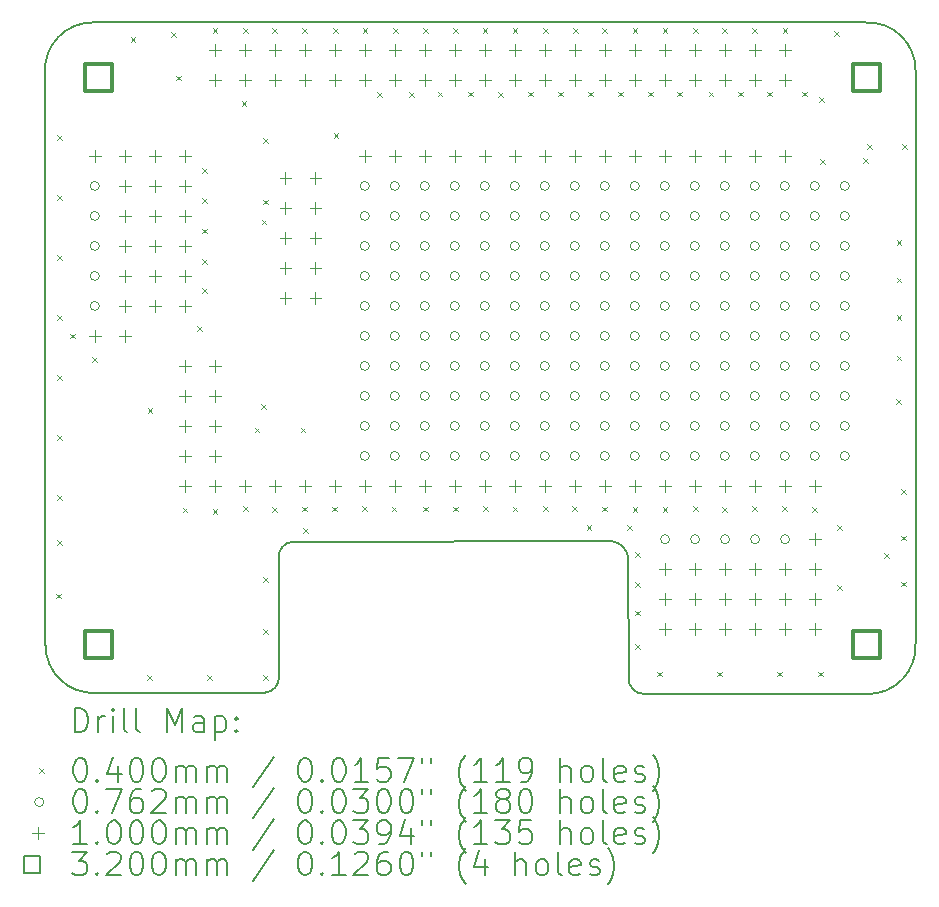
<source format=gbr>
%TF.GenerationSoftware,KiCad,Pcbnew,7.0.5-4d25ed1034~172~ubuntu22.04.1*%
%TF.CreationDate,2023-06-04T17:51:53+03:00*%
%TF.ProjectId,STM32L475daughter,53544d33-324c-4343-9735-646175676874,rev?*%
%TF.SameCoordinates,Original*%
%TF.FileFunction,Drillmap*%
%TF.FilePolarity,Positive*%
%FSLAX45Y45*%
G04 Gerber Fmt 4.5, Leading zero omitted, Abs format (unit mm)*
G04 Created by KiCad (PCBNEW 7.0.5-4d25ed1034~172~ubuntu22.04.1) date 2023-06-04 17:51:53*
%MOMM*%
%LPD*%
G01*
G04 APERTURE LIST*
%ADD10C,0.200000*%
%ADD11C,0.040000*%
%ADD12C,0.076200*%
%ADD13C,0.100000*%
%ADD14C,0.320000*%
G04 APERTURE END LIST*
D10*
X11616281Y-10473450D02*
X11614051Y-9472371D01*
X7084202Y-4926610D02*
X13615197Y-4926993D01*
X14046094Y-5336196D02*
G75*
G03*
X13615197Y-4926993I-405005J4996D01*
G01*
X7084202Y-4926613D02*
G75*
G03*
X6675000Y-5357500I-5003J-404997D01*
G01*
X11755000Y-10612500D02*
X13636304Y-10613586D01*
X8774007Y-9323129D02*
X11474204Y-9319530D01*
X11616284Y-10473450D02*
G75*
G03*
X11755000Y-10612500I128796J-10230D01*
G01*
X8656115Y-10463040D02*
X8653885Y-9461960D01*
X6678905Y-10193804D02*
G75*
G03*
X7109803Y-10603007I405005J-4996D01*
G01*
X14045507Y-10182697D02*
X14046086Y-5336196D01*
X8774006Y-9323127D02*
G75*
G03*
X8653885Y-9461960I8704J-128913D01*
G01*
X11614051Y-9472371D02*
G75*
G03*
X11474204Y-9319530I-159051J-5129D01*
G01*
X7109803Y-10603007D02*
X8535994Y-10601871D01*
X6678914Y-10193804D02*
X6675000Y-5357500D01*
X13636304Y-10613595D02*
G75*
G03*
X14045507Y-10182697I4996J405005D01*
G01*
X8535994Y-10601873D02*
G75*
G03*
X8656115Y-10463040I-8704J128913D01*
G01*
D11*
X6770000Y-9762500D02*
X6810000Y-9802500D01*
X6810000Y-9762500D02*
X6770000Y-9802500D01*
X6777000Y-5883500D02*
X6817000Y-5923500D01*
X6817000Y-5883500D02*
X6777000Y-5923500D01*
X6777000Y-6391500D02*
X6817000Y-6431500D01*
X6817000Y-6391500D02*
X6777000Y-6431500D01*
X6777000Y-6899500D02*
X6817000Y-6939500D01*
X6817000Y-6899500D02*
X6777000Y-6939500D01*
X6777000Y-7407500D02*
X6817000Y-7447500D01*
X6817000Y-7407500D02*
X6777000Y-7447500D01*
X6777000Y-7915500D02*
X6817000Y-7955500D01*
X6817000Y-7915500D02*
X6777000Y-7955500D01*
X6777000Y-8423500D02*
X6817000Y-8463500D01*
X6817000Y-8423500D02*
X6777000Y-8463500D01*
X6777000Y-8931500D02*
X6817000Y-8971500D01*
X6817000Y-8931500D02*
X6777000Y-8971500D01*
X6777000Y-9312500D02*
X6817000Y-9352500D01*
X6817000Y-9312500D02*
X6777000Y-9352500D01*
X6890000Y-7562500D02*
X6930000Y-7602500D01*
X6930000Y-7562500D02*
X6890000Y-7602500D01*
X7075000Y-7762500D02*
X7115000Y-7802500D01*
X7115000Y-7762500D02*
X7075000Y-7802500D01*
X7400000Y-5052500D02*
X7440000Y-5092500D01*
X7440000Y-5052500D02*
X7400000Y-5092500D01*
X7539000Y-10455500D02*
X7579000Y-10495500D01*
X7579000Y-10455500D02*
X7539000Y-10495500D01*
X7545000Y-8192500D02*
X7585000Y-8232500D01*
X7585000Y-8192500D02*
X7545000Y-8232500D01*
X7740000Y-5007500D02*
X7780000Y-5047500D01*
X7780000Y-5007500D02*
X7740000Y-5047500D01*
X7785000Y-5377500D02*
X7825000Y-5417500D01*
X7825000Y-5377500D02*
X7785000Y-5417500D01*
X7840000Y-9035500D02*
X7880000Y-9075500D01*
X7880000Y-9035500D02*
X7840000Y-9075500D01*
X7965000Y-7497500D02*
X8005000Y-7537500D01*
X8005000Y-7497500D02*
X7965000Y-7537500D01*
X8005000Y-6162500D02*
X8045000Y-6202500D01*
X8045000Y-6162500D02*
X8005000Y-6202500D01*
X8005000Y-6417500D02*
X8045000Y-6457500D01*
X8045000Y-6417500D02*
X8005000Y-6457500D01*
X8005000Y-6672500D02*
X8045000Y-6712500D01*
X8045000Y-6672500D02*
X8005000Y-6712500D01*
X8005000Y-6932500D02*
X8045000Y-6972500D01*
X8045000Y-6932500D02*
X8005000Y-6972500D01*
X8005000Y-7177500D02*
X8045000Y-7217500D01*
X8045000Y-7177500D02*
X8005000Y-7217500D01*
X8047000Y-10455500D02*
X8087000Y-10495500D01*
X8087000Y-10455500D02*
X8047000Y-10495500D01*
X8095000Y-4972500D02*
X8135000Y-5012500D01*
X8135000Y-4972500D02*
X8095000Y-5012500D01*
X8095000Y-9045500D02*
X8135000Y-9085500D01*
X8135000Y-9045500D02*
X8095000Y-9085500D01*
X8340000Y-5592500D02*
X8380000Y-5632500D01*
X8380000Y-5592500D02*
X8340000Y-5632500D01*
X8350000Y-4972500D02*
X8390000Y-5012500D01*
X8390000Y-4972500D02*
X8350000Y-5012500D01*
X8350000Y-9022500D02*
X8390000Y-9062500D01*
X8390000Y-9022500D02*
X8350000Y-9062500D01*
X8450000Y-8357500D02*
X8490000Y-8397500D01*
X8490000Y-8357500D02*
X8450000Y-8397500D01*
X8505000Y-8157500D02*
X8545000Y-8197500D01*
X8545000Y-8157500D02*
X8505000Y-8197500D01*
X8510000Y-6597500D02*
X8550000Y-6637500D01*
X8550000Y-6597500D02*
X8510000Y-6637500D01*
X8525000Y-5907500D02*
X8565000Y-5947500D01*
X8565000Y-5907500D02*
X8525000Y-5947500D01*
X8525000Y-6427500D02*
X8565000Y-6467500D01*
X8565000Y-6427500D02*
X8525000Y-6467500D01*
X8525000Y-9622500D02*
X8565000Y-9662500D01*
X8565000Y-9622500D02*
X8525000Y-9662500D01*
X8525000Y-10062500D02*
X8565000Y-10102500D01*
X8565000Y-10062500D02*
X8525000Y-10102500D01*
X8525000Y-10452500D02*
X8565000Y-10492500D01*
X8565000Y-10452500D02*
X8525000Y-10492500D01*
X8600000Y-4972500D02*
X8640000Y-5012500D01*
X8640000Y-4972500D02*
X8600000Y-5012500D01*
X8600000Y-9033500D02*
X8640000Y-9073500D01*
X8640000Y-9033500D02*
X8600000Y-9073500D01*
X8840000Y-8357500D02*
X8880000Y-8397500D01*
X8880000Y-8357500D02*
X8840000Y-8397500D01*
X8850000Y-9027500D02*
X8890000Y-9067500D01*
X8890000Y-9027500D02*
X8850000Y-9067500D01*
X8855000Y-4972500D02*
X8895000Y-5012500D01*
X8895000Y-4972500D02*
X8855000Y-5012500D01*
X8860000Y-9207500D02*
X8900000Y-9247500D01*
X8900000Y-9207500D02*
X8860000Y-9247500D01*
X9105000Y-9027500D02*
X9145000Y-9067500D01*
X9145000Y-9027500D02*
X9105000Y-9067500D01*
X9115000Y-4972500D02*
X9155000Y-5012500D01*
X9155000Y-4972500D02*
X9115000Y-5012500D01*
X9120000Y-5862500D02*
X9160000Y-5902500D01*
X9160000Y-5862500D02*
X9120000Y-5902500D01*
X9360000Y-9022500D02*
X9400000Y-9062500D01*
X9400000Y-9022500D02*
X9360000Y-9062500D01*
X9365000Y-4972500D02*
X9405000Y-5012500D01*
X9405000Y-4972500D02*
X9365000Y-5012500D01*
X9485000Y-5517500D02*
X9525000Y-5557500D01*
X9525000Y-5517500D02*
X9485000Y-5557500D01*
X9610000Y-9027500D02*
X9650000Y-9067500D01*
X9650000Y-9027500D02*
X9610000Y-9067500D01*
X9620000Y-4972500D02*
X9660000Y-5012500D01*
X9660000Y-4972500D02*
X9620000Y-5012500D01*
X9760000Y-5517500D02*
X9800000Y-5557500D01*
X9800000Y-5517500D02*
X9760000Y-5557500D01*
X9875000Y-4972500D02*
X9915000Y-5012500D01*
X9915000Y-4972500D02*
X9875000Y-5012500D01*
X9875000Y-9027500D02*
X9915000Y-9067500D01*
X9915000Y-9027500D02*
X9875000Y-9067500D01*
X10000000Y-5512500D02*
X10040000Y-5552500D01*
X10040000Y-5512500D02*
X10000000Y-5552500D01*
X10130000Y-4972500D02*
X10170000Y-5012500D01*
X10170000Y-4972500D02*
X10130000Y-5012500D01*
X10130000Y-9027500D02*
X10170000Y-9067500D01*
X10170000Y-9027500D02*
X10130000Y-9067500D01*
X10260000Y-5512500D02*
X10300000Y-5552500D01*
X10300000Y-5512500D02*
X10260000Y-5552500D01*
X10380000Y-4972500D02*
X10420000Y-5012500D01*
X10420000Y-4972500D02*
X10380000Y-5012500D01*
X10385000Y-9022500D02*
X10425000Y-9062500D01*
X10425000Y-9022500D02*
X10385000Y-9062500D01*
X10510000Y-5517500D02*
X10550000Y-5557500D01*
X10550000Y-5517500D02*
X10510000Y-5557500D01*
X10635000Y-4972500D02*
X10675000Y-5012500D01*
X10675000Y-4972500D02*
X10635000Y-5012500D01*
X10635000Y-9027500D02*
X10675000Y-9067500D01*
X10675000Y-9027500D02*
X10635000Y-9067500D01*
X10765000Y-5512500D02*
X10805000Y-5552500D01*
X10805000Y-5512500D02*
X10765000Y-5552500D01*
X10890000Y-4972500D02*
X10930000Y-5012500D01*
X10930000Y-4972500D02*
X10890000Y-5012500D01*
X10890000Y-9022500D02*
X10930000Y-9062500D01*
X10930000Y-9022500D02*
X10890000Y-9062500D01*
X11020000Y-5512500D02*
X11060000Y-5552500D01*
X11060000Y-5512500D02*
X11020000Y-5552500D01*
X11140000Y-9022500D02*
X11180000Y-9062500D01*
X11180000Y-9022500D02*
X11140000Y-9062500D01*
X11145000Y-4972500D02*
X11185000Y-5012500D01*
X11185000Y-4972500D02*
X11145000Y-5012500D01*
X11260000Y-9185500D02*
X11300000Y-9225500D01*
X11300000Y-9185500D02*
X11260000Y-9225500D01*
X11275000Y-5512500D02*
X11315000Y-5552500D01*
X11315000Y-5512500D02*
X11275000Y-5552500D01*
X11395000Y-4972500D02*
X11435000Y-5012500D01*
X11435000Y-4972500D02*
X11395000Y-5012500D01*
X11395000Y-9027500D02*
X11435000Y-9067500D01*
X11435000Y-9027500D02*
X11395000Y-9067500D01*
X11525000Y-5512500D02*
X11565000Y-5552500D01*
X11565000Y-5512500D02*
X11525000Y-5552500D01*
X11603000Y-9185500D02*
X11643000Y-9225500D01*
X11643000Y-9185500D02*
X11603000Y-9225500D01*
X11650000Y-4972500D02*
X11690000Y-5012500D01*
X11690000Y-4972500D02*
X11650000Y-5012500D01*
X11650000Y-9028500D02*
X11690000Y-9068500D01*
X11690000Y-9028500D02*
X11650000Y-9068500D01*
X11670000Y-9412500D02*
X11710000Y-9452500D01*
X11710000Y-9412500D02*
X11670000Y-9452500D01*
X11670000Y-9667500D02*
X11710000Y-9707500D01*
X11710000Y-9667500D02*
X11670000Y-9707500D01*
X11670000Y-9907500D02*
X11710000Y-9947500D01*
X11710000Y-9907500D02*
X11670000Y-9947500D01*
X11670000Y-10192500D02*
X11710000Y-10232500D01*
X11710000Y-10192500D02*
X11670000Y-10232500D01*
X11780000Y-5512500D02*
X11820000Y-5552500D01*
X11820000Y-5512500D02*
X11780000Y-5552500D01*
X11857000Y-10422500D02*
X11897000Y-10462500D01*
X11897000Y-10422500D02*
X11857000Y-10462500D01*
X11905000Y-4972500D02*
X11945000Y-5012500D01*
X11945000Y-4972500D02*
X11905000Y-5012500D01*
X11905000Y-9028500D02*
X11945000Y-9068500D01*
X11945000Y-9028500D02*
X11905000Y-9068500D01*
X12025000Y-5512500D02*
X12065000Y-5552500D01*
X12065000Y-5512500D02*
X12025000Y-5552500D01*
X12160000Y-4972500D02*
X12200000Y-5012500D01*
X12200000Y-4972500D02*
X12160000Y-5012500D01*
X12160000Y-9023500D02*
X12200000Y-9063500D01*
X12200000Y-9023500D02*
X12160000Y-9063500D01*
X12295000Y-5512500D02*
X12335000Y-5552500D01*
X12335000Y-5512500D02*
X12295000Y-5552500D01*
X12365000Y-10422500D02*
X12405000Y-10462500D01*
X12405000Y-10422500D02*
X12365000Y-10462500D01*
X12410000Y-4972500D02*
X12450000Y-5012500D01*
X12450000Y-4972500D02*
X12410000Y-5012500D01*
X12410000Y-9028500D02*
X12450000Y-9068500D01*
X12450000Y-9028500D02*
X12410000Y-9068500D01*
X12545000Y-5512500D02*
X12585000Y-5552500D01*
X12585000Y-5512500D02*
X12545000Y-5552500D01*
X12665000Y-4972500D02*
X12705000Y-5012500D01*
X12705000Y-4972500D02*
X12665000Y-5012500D01*
X12665000Y-9023500D02*
X12705000Y-9063500D01*
X12705000Y-9023500D02*
X12665000Y-9063500D01*
X12790000Y-5512500D02*
X12830000Y-5552500D01*
X12830000Y-5512500D02*
X12790000Y-5552500D01*
X12873000Y-10422500D02*
X12913000Y-10462500D01*
X12913000Y-10422500D02*
X12873000Y-10462500D01*
X12915000Y-9023500D02*
X12955000Y-9063500D01*
X12955000Y-9023500D02*
X12915000Y-9063500D01*
X12920000Y-4972500D02*
X12960000Y-5012500D01*
X12960000Y-4972500D02*
X12920000Y-5012500D01*
X13085000Y-5512500D02*
X13125000Y-5552500D01*
X13125000Y-5512500D02*
X13085000Y-5552500D01*
X13170000Y-9028500D02*
X13210000Y-9068500D01*
X13210000Y-9028500D02*
X13170000Y-9068500D01*
X13220000Y-10422500D02*
X13260000Y-10462500D01*
X13260000Y-10422500D02*
X13220000Y-10462500D01*
X13227500Y-5562500D02*
X13267500Y-5602500D01*
X13267500Y-5562500D02*
X13227500Y-5602500D01*
X13240000Y-6082500D02*
X13280000Y-6122500D01*
X13280000Y-6082500D02*
X13240000Y-6122500D01*
X13355000Y-5000000D02*
X13395000Y-5040000D01*
X13395000Y-5000000D02*
X13355000Y-5040000D01*
X13381000Y-9185500D02*
X13421000Y-9225500D01*
X13421000Y-9185500D02*
X13381000Y-9225500D01*
X13381000Y-9693500D02*
X13421000Y-9733500D01*
X13421000Y-9693500D02*
X13381000Y-9733500D01*
X13605000Y-6077500D02*
X13645000Y-6117500D01*
X13645000Y-6077500D02*
X13605000Y-6117500D01*
X13635000Y-5957500D02*
X13675000Y-5997500D01*
X13675000Y-5957500D02*
X13635000Y-5997500D01*
X13780000Y-9422500D02*
X13820000Y-9462500D01*
X13820000Y-9422500D02*
X13780000Y-9462500D01*
X13882500Y-8117500D02*
X13922500Y-8157500D01*
X13922500Y-8117500D02*
X13882500Y-8157500D01*
X13885000Y-6767500D02*
X13925000Y-6807500D01*
X13925000Y-6767500D02*
X13885000Y-6807500D01*
X13885000Y-7087500D02*
X13925000Y-7127500D01*
X13925000Y-7087500D02*
X13885000Y-7127500D01*
X13885000Y-7405000D02*
X13925000Y-7445000D01*
X13925000Y-7405000D02*
X13885000Y-7445000D01*
X13885000Y-7747500D02*
X13925000Y-7787500D01*
X13925000Y-7747500D02*
X13885000Y-7787500D01*
X13922500Y-9662500D02*
X13962500Y-9702500D01*
X13962500Y-9662500D02*
X13922500Y-9702500D01*
X13925000Y-8880000D02*
X13965000Y-8920000D01*
X13965000Y-8880000D02*
X13925000Y-8920000D01*
X13925000Y-9272500D02*
X13965000Y-9312500D01*
X13965000Y-9272500D02*
X13925000Y-9312500D01*
X13930000Y-5960000D02*
X13970000Y-6000000D01*
X13970000Y-5960000D02*
X13930000Y-6000000D01*
D12*
X7135100Y-6311500D02*
G75*
G03*
X7135100Y-6311500I-38100J0D01*
G01*
X7135100Y-6565500D02*
G75*
G03*
X7135100Y-6565500I-38100J0D01*
G01*
X7135100Y-6819500D02*
G75*
G03*
X7135100Y-6819500I-38100J0D01*
G01*
X7135100Y-7073500D02*
G75*
G03*
X7135100Y-7073500I-38100J0D01*
G01*
X7135100Y-7327500D02*
G75*
G03*
X7135100Y-7327500I-38100J0D01*
G01*
X9421100Y-6311500D02*
G75*
G03*
X9421100Y-6311500I-38100J0D01*
G01*
X9421100Y-6565500D02*
G75*
G03*
X9421100Y-6565500I-38100J0D01*
G01*
X9421100Y-6819500D02*
G75*
G03*
X9421100Y-6819500I-38100J0D01*
G01*
X9421100Y-7073500D02*
G75*
G03*
X9421100Y-7073500I-38100J0D01*
G01*
X9421100Y-7327500D02*
G75*
G03*
X9421100Y-7327500I-38100J0D01*
G01*
X9421100Y-7581500D02*
G75*
G03*
X9421100Y-7581500I-38100J0D01*
G01*
X9421100Y-7835500D02*
G75*
G03*
X9421100Y-7835500I-38100J0D01*
G01*
X9421100Y-8089500D02*
G75*
G03*
X9421100Y-8089500I-38100J0D01*
G01*
X9421100Y-8343500D02*
G75*
G03*
X9421100Y-8343500I-38100J0D01*
G01*
X9421100Y-8597500D02*
G75*
G03*
X9421100Y-8597500I-38100J0D01*
G01*
X9675100Y-6311500D02*
G75*
G03*
X9675100Y-6311500I-38100J0D01*
G01*
X9675100Y-6565500D02*
G75*
G03*
X9675100Y-6565500I-38100J0D01*
G01*
X9675100Y-6819500D02*
G75*
G03*
X9675100Y-6819500I-38100J0D01*
G01*
X9675100Y-7073500D02*
G75*
G03*
X9675100Y-7073500I-38100J0D01*
G01*
X9675100Y-7327500D02*
G75*
G03*
X9675100Y-7327500I-38100J0D01*
G01*
X9675100Y-7581500D02*
G75*
G03*
X9675100Y-7581500I-38100J0D01*
G01*
X9675100Y-7835500D02*
G75*
G03*
X9675100Y-7835500I-38100J0D01*
G01*
X9675100Y-8089500D02*
G75*
G03*
X9675100Y-8089500I-38100J0D01*
G01*
X9675100Y-8343500D02*
G75*
G03*
X9675100Y-8343500I-38100J0D01*
G01*
X9675100Y-8597500D02*
G75*
G03*
X9675100Y-8597500I-38100J0D01*
G01*
X9929100Y-6311500D02*
G75*
G03*
X9929100Y-6311500I-38100J0D01*
G01*
X9929100Y-6565500D02*
G75*
G03*
X9929100Y-6565500I-38100J0D01*
G01*
X9929100Y-6819500D02*
G75*
G03*
X9929100Y-6819500I-38100J0D01*
G01*
X9929100Y-7073500D02*
G75*
G03*
X9929100Y-7073500I-38100J0D01*
G01*
X9929100Y-7327500D02*
G75*
G03*
X9929100Y-7327500I-38100J0D01*
G01*
X9929100Y-7581500D02*
G75*
G03*
X9929100Y-7581500I-38100J0D01*
G01*
X9929100Y-7835500D02*
G75*
G03*
X9929100Y-7835500I-38100J0D01*
G01*
X9929100Y-8089500D02*
G75*
G03*
X9929100Y-8089500I-38100J0D01*
G01*
X9929100Y-8343500D02*
G75*
G03*
X9929100Y-8343500I-38100J0D01*
G01*
X9929100Y-8597500D02*
G75*
G03*
X9929100Y-8597500I-38100J0D01*
G01*
X10183100Y-6311500D02*
G75*
G03*
X10183100Y-6311500I-38100J0D01*
G01*
X10183100Y-6565500D02*
G75*
G03*
X10183100Y-6565500I-38100J0D01*
G01*
X10183100Y-6819500D02*
G75*
G03*
X10183100Y-6819500I-38100J0D01*
G01*
X10183100Y-7073500D02*
G75*
G03*
X10183100Y-7073500I-38100J0D01*
G01*
X10183100Y-7327500D02*
G75*
G03*
X10183100Y-7327500I-38100J0D01*
G01*
X10183100Y-7581500D02*
G75*
G03*
X10183100Y-7581500I-38100J0D01*
G01*
X10183100Y-7835500D02*
G75*
G03*
X10183100Y-7835500I-38100J0D01*
G01*
X10183100Y-8089500D02*
G75*
G03*
X10183100Y-8089500I-38100J0D01*
G01*
X10183100Y-8343500D02*
G75*
G03*
X10183100Y-8343500I-38100J0D01*
G01*
X10183100Y-8597500D02*
G75*
G03*
X10183100Y-8597500I-38100J0D01*
G01*
X10437100Y-6311500D02*
G75*
G03*
X10437100Y-6311500I-38100J0D01*
G01*
X10437100Y-6565500D02*
G75*
G03*
X10437100Y-6565500I-38100J0D01*
G01*
X10437100Y-6819500D02*
G75*
G03*
X10437100Y-6819500I-38100J0D01*
G01*
X10437100Y-7073500D02*
G75*
G03*
X10437100Y-7073500I-38100J0D01*
G01*
X10437100Y-7327500D02*
G75*
G03*
X10437100Y-7327500I-38100J0D01*
G01*
X10437100Y-7581500D02*
G75*
G03*
X10437100Y-7581500I-38100J0D01*
G01*
X10437100Y-7835500D02*
G75*
G03*
X10437100Y-7835500I-38100J0D01*
G01*
X10437100Y-8089500D02*
G75*
G03*
X10437100Y-8089500I-38100J0D01*
G01*
X10437100Y-8343500D02*
G75*
G03*
X10437100Y-8343500I-38100J0D01*
G01*
X10437100Y-8597500D02*
G75*
G03*
X10437100Y-8597500I-38100J0D01*
G01*
X10691100Y-6311500D02*
G75*
G03*
X10691100Y-6311500I-38100J0D01*
G01*
X10691100Y-6565500D02*
G75*
G03*
X10691100Y-6565500I-38100J0D01*
G01*
X10691100Y-6819500D02*
G75*
G03*
X10691100Y-6819500I-38100J0D01*
G01*
X10691100Y-7073500D02*
G75*
G03*
X10691100Y-7073500I-38100J0D01*
G01*
X10691100Y-7327500D02*
G75*
G03*
X10691100Y-7327500I-38100J0D01*
G01*
X10691100Y-7581500D02*
G75*
G03*
X10691100Y-7581500I-38100J0D01*
G01*
X10691100Y-7835500D02*
G75*
G03*
X10691100Y-7835500I-38100J0D01*
G01*
X10691100Y-8089500D02*
G75*
G03*
X10691100Y-8089500I-38100J0D01*
G01*
X10691100Y-8343500D02*
G75*
G03*
X10691100Y-8343500I-38100J0D01*
G01*
X10691100Y-8597500D02*
G75*
G03*
X10691100Y-8597500I-38100J0D01*
G01*
X10945100Y-6311500D02*
G75*
G03*
X10945100Y-6311500I-38100J0D01*
G01*
X10945100Y-6565500D02*
G75*
G03*
X10945100Y-6565500I-38100J0D01*
G01*
X10945100Y-6819500D02*
G75*
G03*
X10945100Y-6819500I-38100J0D01*
G01*
X10945100Y-7073500D02*
G75*
G03*
X10945100Y-7073500I-38100J0D01*
G01*
X10945100Y-7327500D02*
G75*
G03*
X10945100Y-7327500I-38100J0D01*
G01*
X10945100Y-7581500D02*
G75*
G03*
X10945100Y-7581500I-38100J0D01*
G01*
X10945100Y-7835500D02*
G75*
G03*
X10945100Y-7835500I-38100J0D01*
G01*
X10945100Y-8089500D02*
G75*
G03*
X10945100Y-8089500I-38100J0D01*
G01*
X10945100Y-8343500D02*
G75*
G03*
X10945100Y-8343500I-38100J0D01*
G01*
X10945100Y-8597500D02*
G75*
G03*
X10945100Y-8597500I-38100J0D01*
G01*
X11199100Y-6311500D02*
G75*
G03*
X11199100Y-6311500I-38100J0D01*
G01*
X11199100Y-6565500D02*
G75*
G03*
X11199100Y-6565500I-38100J0D01*
G01*
X11199100Y-6819500D02*
G75*
G03*
X11199100Y-6819500I-38100J0D01*
G01*
X11199100Y-7073500D02*
G75*
G03*
X11199100Y-7073500I-38100J0D01*
G01*
X11199100Y-7327500D02*
G75*
G03*
X11199100Y-7327500I-38100J0D01*
G01*
X11199100Y-7581500D02*
G75*
G03*
X11199100Y-7581500I-38100J0D01*
G01*
X11199100Y-7835500D02*
G75*
G03*
X11199100Y-7835500I-38100J0D01*
G01*
X11199100Y-8089500D02*
G75*
G03*
X11199100Y-8089500I-38100J0D01*
G01*
X11199100Y-8343500D02*
G75*
G03*
X11199100Y-8343500I-38100J0D01*
G01*
X11199100Y-8597500D02*
G75*
G03*
X11199100Y-8597500I-38100J0D01*
G01*
X11453100Y-6311500D02*
G75*
G03*
X11453100Y-6311500I-38100J0D01*
G01*
X11453100Y-6565500D02*
G75*
G03*
X11453100Y-6565500I-38100J0D01*
G01*
X11453100Y-6819500D02*
G75*
G03*
X11453100Y-6819500I-38100J0D01*
G01*
X11453100Y-7073500D02*
G75*
G03*
X11453100Y-7073500I-38100J0D01*
G01*
X11453100Y-7327500D02*
G75*
G03*
X11453100Y-7327500I-38100J0D01*
G01*
X11453100Y-7581500D02*
G75*
G03*
X11453100Y-7581500I-38100J0D01*
G01*
X11453100Y-7835500D02*
G75*
G03*
X11453100Y-7835500I-38100J0D01*
G01*
X11453100Y-8089500D02*
G75*
G03*
X11453100Y-8089500I-38100J0D01*
G01*
X11453100Y-8343500D02*
G75*
G03*
X11453100Y-8343500I-38100J0D01*
G01*
X11453100Y-8597500D02*
G75*
G03*
X11453100Y-8597500I-38100J0D01*
G01*
X11707100Y-6311500D02*
G75*
G03*
X11707100Y-6311500I-38100J0D01*
G01*
X11707100Y-6565500D02*
G75*
G03*
X11707100Y-6565500I-38100J0D01*
G01*
X11707100Y-6819500D02*
G75*
G03*
X11707100Y-6819500I-38100J0D01*
G01*
X11707100Y-7073500D02*
G75*
G03*
X11707100Y-7073500I-38100J0D01*
G01*
X11707100Y-7327500D02*
G75*
G03*
X11707100Y-7327500I-38100J0D01*
G01*
X11707100Y-7581500D02*
G75*
G03*
X11707100Y-7581500I-38100J0D01*
G01*
X11707100Y-7835500D02*
G75*
G03*
X11707100Y-7835500I-38100J0D01*
G01*
X11707100Y-8089500D02*
G75*
G03*
X11707100Y-8089500I-38100J0D01*
G01*
X11707100Y-8343500D02*
G75*
G03*
X11707100Y-8343500I-38100J0D01*
G01*
X11707100Y-8597500D02*
G75*
G03*
X11707100Y-8597500I-38100J0D01*
G01*
X11961100Y-6311500D02*
G75*
G03*
X11961100Y-6311500I-38100J0D01*
G01*
X11961100Y-6565500D02*
G75*
G03*
X11961100Y-6565500I-38100J0D01*
G01*
X11961100Y-6819500D02*
G75*
G03*
X11961100Y-6819500I-38100J0D01*
G01*
X11961100Y-7073500D02*
G75*
G03*
X11961100Y-7073500I-38100J0D01*
G01*
X11961100Y-7327500D02*
G75*
G03*
X11961100Y-7327500I-38100J0D01*
G01*
X11961100Y-7581500D02*
G75*
G03*
X11961100Y-7581500I-38100J0D01*
G01*
X11961100Y-7835500D02*
G75*
G03*
X11961100Y-7835500I-38100J0D01*
G01*
X11961100Y-8089500D02*
G75*
G03*
X11961100Y-8089500I-38100J0D01*
G01*
X11961100Y-8343500D02*
G75*
G03*
X11961100Y-8343500I-38100J0D01*
G01*
X11961100Y-8597500D02*
G75*
G03*
X11961100Y-8597500I-38100J0D01*
G01*
X11963100Y-9302500D02*
G75*
G03*
X11963100Y-9302500I-38100J0D01*
G01*
X12215100Y-6311500D02*
G75*
G03*
X12215100Y-6311500I-38100J0D01*
G01*
X12215100Y-6565500D02*
G75*
G03*
X12215100Y-6565500I-38100J0D01*
G01*
X12215100Y-6819500D02*
G75*
G03*
X12215100Y-6819500I-38100J0D01*
G01*
X12215100Y-7073500D02*
G75*
G03*
X12215100Y-7073500I-38100J0D01*
G01*
X12215100Y-7327500D02*
G75*
G03*
X12215100Y-7327500I-38100J0D01*
G01*
X12215100Y-7581500D02*
G75*
G03*
X12215100Y-7581500I-38100J0D01*
G01*
X12215100Y-7835500D02*
G75*
G03*
X12215100Y-7835500I-38100J0D01*
G01*
X12215100Y-8089500D02*
G75*
G03*
X12215100Y-8089500I-38100J0D01*
G01*
X12215100Y-8343500D02*
G75*
G03*
X12215100Y-8343500I-38100J0D01*
G01*
X12215100Y-8597500D02*
G75*
G03*
X12215100Y-8597500I-38100J0D01*
G01*
X12217100Y-9302500D02*
G75*
G03*
X12217100Y-9302500I-38100J0D01*
G01*
X12469100Y-6311500D02*
G75*
G03*
X12469100Y-6311500I-38100J0D01*
G01*
X12469100Y-6565500D02*
G75*
G03*
X12469100Y-6565500I-38100J0D01*
G01*
X12469100Y-6819500D02*
G75*
G03*
X12469100Y-6819500I-38100J0D01*
G01*
X12469100Y-7073500D02*
G75*
G03*
X12469100Y-7073500I-38100J0D01*
G01*
X12469100Y-7327500D02*
G75*
G03*
X12469100Y-7327500I-38100J0D01*
G01*
X12469100Y-7581500D02*
G75*
G03*
X12469100Y-7581500I-38100J0D01*
G01*
X12469100Y-7835500D02*
G75*
G03*
X12469100Y-7835500I-38100J0D01*
G01*
X12469100Y-8089500D02*
G75*
G03*
X12469100Y-8089500I-38100J0D01*
G01*
X12469100Y-8343500D02*
G75*
G03*
X12469100Y-8343500I-38100J0D01*
G01*
X12469100Y-8597500D02*
G75*
G03*
X12469100Y-8597500I-38100J0D01*
G01*
X12471100Y-9302500D02*
G75*
G03*
X12471100Y-9302500I-38100J0D01*
G01*
X12723100Y-6311500D02*
G75*
G03*
X12723100Y-6311500I-38100J0D01*
G01*
X12723100Y-6565500D02*
G75*
G03*
X12723100Y-6565500I-38100J0D01*
G01*
X12723100Y-6819500D02*
G75*
G03*
X12723100Y-6819500I-38100J0D01*
G01*
X12723100Y-7073500D02*
G75*
G03*
X12723100Y-7073500I-38100J0D01*
G01*
X12723100Y-7327500D02*
G75*
G03*
X12723100Y-7327500I-38100J0D01*
G01*
X12723100Y-7581500D02*
G75*
G03*
X12723100Y-7581500I-38100J0D01*
G01*
X12723100Y-7835500D02*
G75*
G03*
X12723100Y-7835500I-38100J0D01*
G01*
X12723100Y-8089500D02*
G75*
G03*
X12723100Y-8089500I-38100J0D01*
G01*
X12723100Y-8343500D02*
G75*
G03*
X12723100Y-8343500I-38100J0D01*
G01*
X12723100Y-8597500D02*
G75*
G03*
X12723100Y-8597500I-38100J0D01*
G01*
X12725100Y-9302500D02*
G75*
G03*
X12725100Y-9302500I-38100J0D01*
G01*
X12977100Y-6311500D02*
G75*
G03*
X12977100Y-6311500I-38100J0D01*
G01*
X12977100Y-6565500D02*
G75*
G03*
X12977100Y-6565500I-38100J0D01*
G01*
X12977100Y-6819500D02*
G75*
G03*
X12977100Y-6819500I-38100J0D01*
G01*
X12977100Y-7073500D02*
G75*
G03*
X12977100Y-7073500I-38100J0D01*
G01*
X12977100Y-7327500D02*
G75*
G03*
X12977100Y-7327500I-38100J0D01*
G01*
X12977100Y-7581500D02*
G75*
G03*
X12977100Y-7581500I-38100J0D01*
G01*
X12977100Y-7835500D02*
G75*
G03*
X12977100Y-7835500I-38100J0D01*
G01*
X12977100Y-8089500D02*
G75*
G03*
X12977100Y-8089500I-38100J0D01*
G01*
X12977100Y-8343500D02*
G75*
G03*
X12977100Y-8343500I-38100J0D01*
G01*
X12977100Y-8597500D02*
G75*
G03*
X12977100Y-8597500I-38100J0D01*
G01*
X12979100Y-9302500D02*
G75*
G03*
X12979100Y-9302500I-38100J0D01*
G01*
X13231100Y-6311500D02*
G75*
G03*
X13231100Y-6311500I-38100J0D01*
G01*
X13231100Y-6565500D02*
G75*
G03*
X13231100Y-6565500I-38100J0D01*
G01*
X13231100Y-6819500D02*
G75*
G03*
X13231100Y-6819500I-38100J0D01*
G01*
X13231100Y-7073500D02*
G75*
G03*
X13231100Y-7073500I-38100J0D01*
G01*
X13231100Y-7327500D02*
G75*
G03*
X13231100Y-7327500I-38100J0D01*
G01*
X13231100Y-7581500D02*
G75*
G03*
X13231100Y-7581500I-38100J0D01*
G01*
X13231100Y-7835500D02*
G75*
G03*
X13231100Y-7835500I-38100J0D01*
G01*
X13231100Y-8089500D02*
G75*
G03*
X13231100Y-8089500I-38100J0D01*
G01*
X13231100Y-8343500D02*
G75*
G03*
X13231100Y-8343500I-38100J0D01*
G01*
X13231100Y-8597500D02*
G75*
G03*
X13231100Y-8597500I-38100J0D01*
G01*
X13485100Y-6311500D02*
G75*
G03*
X13485100Y-6311500I-38100J0D01*
G01*
X13485100Y-6565500D02*
G75*
G03*
X13485100Y-6565500I-38100J0D01*
G01*
X13485100Y-6819500D02*
G75*
G03*
X13485100Y-6819500I-38100J0D01*
G01*
X13485100Y-7073500D02*
G75*
G03*
X13485100Y-7073500I-38100J0D01*
G01*
X13485100Y-7327500D02*
G75*
G03*
X13485100Y-7327500I-38100J0D01*
G01*
X13485100Y-7581500D02*
G75*
G03*
X13485100Y-7581500I-38100J0D01*
G01*
X13485100Y-7835500D02*
G75*
G03*
X13485100Y-7835500I-38100J0D01*
G01*
X13485100Y-8089500D02*
G75*
G03*
X13485100Y-8089500I-38100J0D01*
G01*
X13485100Y-8343500D02*
G75*
G03*
X13485100Y-8343500I-38100J0D01*
G01*
X13485100Y-8597500D02*
G75*
G03*
X13485100Y-8597500I-38100J0D01*
G01*
D13*
X7097000Y-6007500D02*
X7097000Y-6107500D01*
X7047000Y-6057500D02*
X7147000Y-6057500D01*
X7097000Y-7531500D02*
X7097000Y-7631500D01*
X7047000Y-7581500D02*
X7147000Y-7581500D01*
X7351000Y-6007500D02*
X7351000Y-6107500D01*
X7301000Y-6057500D02*
X7401000Y-6057500D01*
X7351000Y-6261500D02*
X7351000Y-6361500D01*
X7301000Y-6311500D02*
X7401000Y-6311500D01*
X7351000Y-6515500D02*
X7351000Y-6615500D01*
X7301000Y-6565500D02*
X7401000Y-6565500D01*
X7351000Y-6769500D02*
X7351000Y-6869500D01*
X7301000Y-6819500D02*
X7401000Y-6819500D01*
X7351000Y-7023500D02*
X7351000Y-7123500D01*
X7301000Y-7073500D02*
X7401000Y-7073500D01*
X7351000Y-7277500D02*
X7351000Y-7377500D01*
X7301000Y-7327500D02*
X7401000Y-7327500D01*
X7351000Y-7531500D02*
X7351000Y-7631500D01*
X7301000Y-7581500D02*
X7401000Y-7581500D01*
X7605000Y-6007500D02*
X7605000Y-6107500D01*
X7555000Y-6057500D02*
X7655000Y-6057500D01*
X7605000Y-6261500D02*
X7605000Y-6361500D01*
X7555000Y-6311500D02*
X7655000Y-6311500D01*
X7605000Y-6515500D02*
X7605000Y-6615500D01*
X7555000Y-6565500D02*
X7655000Y-6565500D01*
X7605000Y-6769500D02*
X7605000Y-6869500D01*
X7555000Y-6819500D02*
X7655000Y-6819500D01*
X7605000Y-7023500D02*
X7605000Y-7123500D01*
X7555000Y-7073500D02*
X7655000Y-7073500D01*
X7605000Y-7277500D02*
X7605000Y-7377500D01*
X7555000Y-7327500D02*
X7655000Y-7327500D01*
X7859000Y-6007500D02*
X7859000Y-6107500D01*
X7809000Y-6057500D02*
X7909000Y-6057500D01*
X7859000Y-6261500D02*
X7859000Y-6361500D01*
X7809000Y-6311500D02*
X7909000Y-6311500D01*
X7859000Y-6515500D02*
X7859000Y-6615500D01*
X7809000Y-6565500D02*
X7909000Y-6565500D01*
X7859000Y-6769500D02*
X7859000Y-6869500D01*
X7809000Y-6819500D02*
X7909000Y-6819500D01*
X7859000Y-7023500D02*
X7859000Y-7123500D01*
X7809000Y-7073500D02*
X7909000Y-7073500D01*
X7859000Y-7277500D02*
X7859000Y-7377500D01*
X7809000Y-7327500D02*
X7909000Y-7327500D01*
X7859000Y-7785500D02*
X7859000Y-7885500D01*
X7809000Y-7835500D02*
X7909000Y-7835500D01*
X7859000Y-8039500D02*
X7859000Y-8139500D01*
X7809000Y-8089500D02*
X7909000Y-8089500D01*
X7859000Y-8293500D02*
X7859000Y-8393500D01*
X7809000Y-8343500D02*
X7909000Y-8343500D01*
X7859000Y-8547500D02*
X7859000Y-8647500D01*
X7809000Y-8597500D02*
X7909000Y-8597500D01*
X7859000Y-8801500D02*
X7859000Y-8901500D01*
X7809000Y-8851500D02*
X7909000Y-8851500D01*
X8113000Y-7785500D02*
X8113000Y-7885500D01*
X8063000Y-7835500D02*
X8163000Y-7835500D01*
X8113000Y-8039500D02*
X8113000Y-8139500D01*
X8063000Y-8089500D02*
X8163000Y-8089500D01*
X8113000Y-8293500D02*
X8113000Y-8393500D01*
X8063000Y-8343500D02*
X8163000Y-8343500D01*
X8113000Y-8547500D02*
X8113000Y-8647500D01*
X8063000Y-8597500D02*
X8163000Y-8597500D01*
X8113000Y-8801500D02*
X8113000Y-8901500D01*
X8063000Y-8851500D02*
X8163000Y-8851500D01*
X8115000Y-5107500D02*
X8115000Y-5207500D01*
X8065000Y-5157500D02*
X8165000Y-5157500D01*
X8115000Y-5361500D02*
X8115000Y-5461500D01*
X8065000Y-5411500D02*
X8165000Y-5411500D01*
X8367000Y-8801500D02*
X8367000Y-8901500D01*
X8317000Y-8851500D02*
X8417000Y-8851500D01*
X8369000Y-5107500D02*
X8369000Y-5207500D01*
X8319000Y-5157500D02*
X8419000Y-5157500D01*
X8369000Y-5361500D02*
X8369000Y-5461500D01*
X8319000Y-5411500D02*
X8419000Y-5411500D01*
X8621000Y-8801500D02*
X8621000Y-8901500D01*
X8571000Y-8851500D02*
X8671000Y-8851500D01*
X8623000Y-5107500D02*
X8623000Y-5207500D01*
X8573000Y-5157500D02*
X8673000Y-5157500D01*
X8623000Y-5361500D02*
X8623000Y-5461500D01*
X8573000Y-5411500D02*
X8673000Y-5411500D01*
X8711000Y-6192500D02*
X8711000Y-6292500D01*
X8661000Y-6242500D02*
X8761000Y-6242500D01*
X8711000Y-6446500D02*
X8711000Y-6546500D01*
X8661000Y-6496500D02*
X8761000Y-6496500D01*
X8711000Y-6700500D02*
X8711000Y-6800500D01*
X8661000Y-6750500D02*
X8761000Y-6750500D01*
X8711000Y-6954500D02*
X8711000Y-7054500D01*
X8661000Y-7004500D02*
X8761000Y-7004500D01*
X8711000Y-7208500D02*
X8711000Y-7308500D01*
X8661000Y-7258500D02*
X8761000Y-7258500D01*
X8875000Y-8801500D02*
X8875000Y-8901500D01*
X8825000Y-8851500D02*
X8925000Y-8851500D01*
X8877000Y-5107500D02*
X8877000Y-5207500D01*
X8827000Y-5157500D02*
X8927000Y-5157500D01*
X8877000Y-5361500D02*
X8877000Y-5461500D01*
X8827000Y-5411500D02*
X8927000Y-5411500D01*
X8965000Y-6192500D02*
X8965000Y-6292500D01*
X8915000Y-6242500D02*
X9015000Y-6242500D01*
X8965000Y-6446500D02*
X8965000Y-6546500D01*
X8915000Y-6496500D02*
X9015000Y-6496500D01*
X8965000Y-6700500D02*
X8965000Y-6800500D01*
X8915000Y-6750500D02*
X9015000Y-6750500D01*
X8965000Y-6954500D02*
X8965000Y-7054500D01*
X8915000Y-7004500D02*
X9015000Y-7004500D01*
X8965000Y-7208500D02*
X8965000Y-7308500D01*
X8915000Y-7258500D02*
X9015000Y-7258500D01*
X9129000Y-8801500D02*
X9129000Y-8901500D01*
X9079000Y-8851500D02*
X9179000Y-8851500D01*
X9131000Y-5107500D02*
X9131000Y-5207500D01*
X9081000Y-5157500D02*
X9181000Y-5157500D01*
X9131000Y-5361500D02*
X9131000Y-5461500D01*
X9081000Y-5411500D02*
X9181000Y-5411500D01*
X9383000Y-6007500D02*
X9383000Y-6107500D01*
X9333000Y-6057500D02*
X9433000Y-6057500D01*
X9383000Y-8801500D02*
X9383000Y-8901500D01*
X9333000Y-8851500D02*
X9433000Y-8851500D01*
X9385000Y-5107500D02*
X9385000Y-5207500D01*
X9335000Y-5157500D02*
X9435000Y-5157500D01*
X9385000Y-5361500D02*
X9385000Y-5461500D01*
X9335000Y-5411500D02*
X9435000Y-5411500D01*
X9637000Y-6007500D02*
X9637000Y-6107500D01*
X9587000Y-6057500D02*
X9687000Y-6057500D01*
X9637000Y-8801500D02*
X9637000Y-8901500D01*
X9587000Y-8851500D02*
X9687000Y-8851500D01*
X9639000Y-5107500D02*
X9639000Y-5207500D01*
X9589000Y-5157500D02*
X9689000Y-5157500D01*
X9639000Y-5361500D02*
X9639000Y-5461500D01*
X9589000Y-5411500D02*
X9689000Y-5411500D01*
X9891000Y-6007500D02*
X9891000Y-6107500D01*
X9841000Y-6057500D02*
X9941000Y-6057500D01*
X9891000Y-8801500D02*
X9891000Y-8901500D01*
X9841000Y-8851500D02*
X9941000Y-8851500D01*
X9893000Y-5107500D02*
X9893000Y-5207500D01*
X9843000Y-5157500D02*
X9943000Y-5157500D01*
X9893000Y-5361500D02*
X9893000Y-5461500D01*
X9843000Y-5411500D02*
X9943000Y-5411500D01*
X10145000Y-6007500D02*
X10145000Y-6107500D01*
X10095000Y-6057500D02*
X10195000Y-6057500D01*
X10145000Y-8801500D02*
X10145000Y-8901500D01*
X10095000Y-8851500D02*
X10195000Y-8851500D01*
X10147000Y-5107500D02*
X10147000Y-5207500D01*
X10097000Y-5157500D02*
X10197000Y-5157500D01*
X10147000Y-5361500D02*
X10147000Y-5461500D01*
X10097000Y-5411500D02*
X10197000Y-5411500D01*
X10399000Y-6007500D02*
X10399000Y-6107500D01*
X10349000Y-6057500D02*
X10449000Y-6057500D01*
X10399000Y-8801500D02*
X10399000Y-8901500D01*
X10349000Y-8851500D02*
X10449000Y-8851500D01*
X10401000Y-5107500D02*
X10401000Y-5207500D01*
X10351000Y-5157500D02*
X10451000Y-5157500D01*
X10401000Y-5361500D02*
X10401000Y-5461500D01*
X10351000Y-5411500D02*
X10451000Y-5411500D01*
X10653000Y-6007500D02*
X10653000Y-6107500D01*
X10603000Y-6057500D02*
X10703000Y-6057500D01*
X10653000Y-8801500D02*
X10653000Y-8901500D01*
X10603000Y-8851500D02*
X10703000Y-8851500D01*
X10655000Y-5107500D02*
X10655000Y-5207500D01*
X10605000Y-5157500D02*
X10705000Y-5157500D01*
X10655000Y-5361500D02*
X10655000Y-5461500D01*
X10605000Y-5411500D02*
X10705000Y-5411500D01*
X10907000Y-6007500D02*
X10907000Y-6107500D01*
X10857000Y-6057500D02*
X10957000Y-6057500D01*
X10907000Y-8801500D02*
X10907000Y-8901500D01*
X10857000Y-8851500D02*
X10957000Y-8851500D01*
X10909000Y-5107500D02*
X10909000Y-5207500D01*
X10859000Y-5157500D02*
X10959000Y-5157500D01*
X10909000Y-5361500D02*
X10909000Y-5461500D01*
X10859000Y-5411500D02*
X10959000Y-5411500D01*
X11161000Y-6007500D02*
X11161000Y-6107500D01*
X11111000Y-6057500D02*
X11211000Y-6057500D01*
X11161000Y-8801500D02*
X11161000Y-8901500D01*
X11111000Y-8851500D02*
X11211000Y-8851500D01*
X11163000Y-5107500D02*
X11163000Y-5207500D01*
X11113000Y-5157500D02*
X11213000Y-5157500D01*
X11163000Y-5361500D02*
X11163000Y-5461500D01*
X11113000Y-5411500D02*
X11213000Y-5411500D01*
X11415000Y-6007500D02*
X11415000Y-6107500D01*
X11365000Y-6057500D02*
X11465000Y-6057500D01*
X11415000Y-8801500D02*
X11415000Y-8901500D01*
X11365000Y-8851500D02*
X11465000Y-8851500D01*
X11417000Y-5107500D02*
X11417000Y-5207500D01*
X11367000Y-5157500D02*
X11467000Y-5157500D01*
X11417000Y-5361500D02*
X11417000Y-5461500D01*
X11367000Y-5411500D02*
X11467000Y-5411500D01*
X11669000Y-6007500D02*
X11669000Y-6107500D01*
X11619000Y-6057500D02*
X11719000Y-6057500D01*
X11669000Y-8801500D02*
X11669000Y-8901500D01*
X11619000Y-8851500D02*
X11719000Y-8851500D01*
X11671000Y-5107500D02*
X11671000Y-5207500D01*
X11621000Y-5157500D02*
X11721000Y-5157500D01*
X11671000Y-5361500D02*
X11671000Y-5461500D01*
X11621000Y-5411500D02*
X11721000Y-5411500D01*
X11923000Y-6007500D02*
X11923000Y-6107500D01*
X11873000Y-6057500D02*
X11973000Y-6057500D01*
X11923000Y-8801500D02*
X11923000Y-8901500D01*
X11873000Y-8851500D02*
X11973000Y-8851500D01*
X11925000Y-5107500D02*
X11925000Y-5207500D01*
X11875000Y-5157500D02*
X11975000Y-5157500D01*
X11925000Y-5361500D02*
X11925000Y-5461500D01*
X11875000Y-5411500D02*
X11975000Y-5411500D01*
X11925000Y-9506500D02*
X11925000Y-9606500D01*
X11875000Y-9556500D02*
X11975000Y-9556500D01*
X11925000Y-9760500D02*
X11925000Y-9860500D01*
X11875000Y-9810500D02*
X11975000Y-9810500D01*
X11925000Y-10014500D02*
X11925000Y-10114500D01*
X11875000Y-10064500D02*
X11975000Y-10064500D01*
X12177000Y-6007500D02*
X12177000Y-6107500D01*
X12127000Y-6057500D02*
X12227000Y-6057500D01*
X12177000Y-8801500D02*
X12177000Y-8901500D01*
X12127000Y-8851500D02*
X12227000Y-8851500D01*
X12179000Y-5107500D02*
X12179000Y-5207500D01*
X12129000Y-5157500D02*
X12229000Y-5157500D01*
X12179000Y-5361500D02*
X12179000Y-5461500D01*
X12129000Y-5411500D02*
X12229000Y-5411500D01*
X12179000Y-9506500D02*
X12179000Y-9606500D01*
X12129000Y-9556500D02*
X12229000Y-9556500D01*
X12179000Y-9760500D02*
X12179000Y-9860500D01*
X12129000Y-9810500D02*
X12229000Y-9810500D01*
X12179000Y-10014500D02*
X12179000Y-10114500D01*
X12129000Y-10064500D02*
X12229000Y-10064500D01*
X12431000Y-6007500D02*
X12431000Y-6107500D01*
X12381000Y-6057500D02*
X12481000Y-6057500D01*
X12431000Y-8801500D02*
X12431000Y-8901500D01*
X12381000Y-8851500D02*
X12481000Y-8851500D01*
X12433000Y-5107500D02*
X12433000Y-5207500D01*
X12383000Y-5157500D02*
X12483000Y-5157500D01*
X12433000Y-5361500D02*
X12433000Y-5461500D01*
X12383000Y-5411500D02*
X12483000Y-5411500D01*
X12433000Y-9506500D02*
X12433000Y-9606500D01*
X12383000Y-9556500D02*
X12483000Y-9556500D01*
X12433000Y-9760500D02*
X12433000Y-9860500D01*
X12383000Y-9810500D02*
X12483000Y-9810500D01*
X12433000Y-10014500D02*
X12433000Y-10114500D01*
X12383000Y-10064500D02*
X12483000Y-10064500D01*
X12685000Y-6007500D02*
X12685000Y-6107500D01*
X12635000Y-6057500D02*
X12735000Y-6057500D01*
X12685000Y-8801500D02*
X12685000Y-8901500D01*
X12635000Y-8851500D02*
X12735000Y-8851500D01*
X12687000Y-5107500D02*
X12687000Y-5207500D01*
X12637000Y-5157500D02*
X12737000Y-5157500D01*
X12687000Y-5361500D02*
X12687000Y-5461500D01*
X12637000Y-5411500D02*
X12737000Y-5411500D01*
X12687000Y-9506500D02*
X12687000Y-9606500D01*
X12637000Y-9556500D02*
X12737000Y-9556500D01*
X12687000Y-9760500D02*
X12687000Y-9860500D01*
X12637000Y-9810500D02*
X12737000Y-9810500D01*
X12687000Y-10014500D02*
X12687000Y-10114500D01*
X12637000Y-10064500D02*
X12737000Y-10064500D01*
X12939000Y-6007500D02*
X12939000Y-6107500D01*
X12889000Y-6057500D02*
X12989000Y-6057500D01*
X12939000Y-8801500D02*
X12939000Y-8901500D01*
X12889000Y-8851500D02*
X12989000Y-8851500D01*
X12941000Y-5107500D02*
X12941000Y-5207500D01*
X12891000Y-5157500D02*
X12991000Y-5157500D01*
X12941000Y-5361500D02*
X12941000Y-5461500D01*
X12891000Y-5411500D02*
X12991000Y-5411500D01*
X12941000Y-9506500D02*
X12941000Y-9606500D01*
X12891000Y-9556500D02*
X12991000Y-9556500D01*
X12941000Y-9760500D02*
X12941000Y-9860500D01*
X12891000Y-9810500D02*
X12991000Y-9810500D01*
X12941000Y-10014500D02*
X12941000Y-10114500D01*
X12891000Y-10064500D02*
X12991000Y-10064500D01*
X13193000Y-8801500D02*
X13193000Y-8901500D01*
X13143000Y-8851500D02*
X13243000Y-8851500D01*
X13195000Y-9252500D02*
X13195000Y-9352500D01*
X13145000Y-9302500D02*
X13245000Y-9302500D01*
X13195000Y-9506500D02*
X13195000Y-9606500D01*
X13145000Y-9556500D02*
X13245000Y-9556500D01*
X13195000Y-9760500D02*
X13195000Y-9860500D01*
X13145000Y-9810500D02*
X13245000Y-9810500D01*
X13195000Y-10014500D02*
X13195000Y-10114500D01*
X13145000Y-10064500D02*
X13245000Y-10064500D01*
D14*
X7243138Y-5508638D02*
X7243138Y-5282362D01*
X7016862Y-5282362D01*
X7016862Y-5508638D01*
X7243138Y-5508638D01*
X7243138Y-10308638D02*
X7243138Y-10082362D01*
X7016862Y-10082362D01*
X7016862Y-10308638D01*
X7243138Y-10308638D01*
X13743138Y-5508638D02*
X13743138Y-5282362D01*
X13516862Y-5282362D01*
X13516862Y-5508638D01*
X13743138Y-5508638D01*
X13743138Y-10308638D02*
X13743138Y-10082362D01*
X13516862Y-10082362D01*
X13516862Y-10308638D01*
X13743138Y-10308638D01*
D10*
X6924948Y-10935109D02*
X6924948Y-10735109D01*
X6924948Y-10735109D02*
X6972567Y-10735109D01*
X6972567Y-10735109D02*
X7001139Y-10744633D01*
X7001139Y-10744633D02*
X7020187Y-10763681D01*
X7020187Y-10763681D02*
X7029710Y-10782728D01*
X7029710Y-10782728D02*
X7039234Y-10820823D01*
X7039234Y-10820823D02*
X7039234Y-10849395D01*
X7039234Y-10849395D02*
X7029710Y-10887490D01*
X7029710Y-10887490D02*
X7020187Y-10906538D01*
X7020187Y-10906538D02*
X7001139Y-10925585D01*
X7001139Y-10925585D02*
X6972567Y-10935109D01*
X6972567Y-10935109D02*
X6924948Y-10935109D01*
X7124948Y-10935109D02*
X7124948Y-10801776D01*
X7124948Y-10839871D02*
X7134472Y-10820823D01*
X7134472Y-10820823D02*
X7143996Y-10811300D01*
X7143996Y-10811300D02*
X7163044Y-10801776D01*
X7163044Y-10801776D02*
X7182091Y-10801776D01*
X7248758Y-10935109D02*
X7248758Y-10801776D01*
X7248758Y-10735109D02*
X7239234Y-10744633D01*
X7239234Y-10744633D02*
X7248758Y-10754157D01*
X7248758Y-10754157D02*
X7258282Y-10744633D01*
X7258282Y-10744633D02*
X7248758Y-10735109D01*
X7248758Y-10735109D02*
X7248758Y-10754157D01*
X7372567Y-10935109D02*
X7353520Y-10925585D01*
X7353520Y-10925585D02*
X7343996Y-10906538D01*
X7343996Y-10906538D02*
X7343996Y-10735109D01*
X7477329Y-10935109D02*
X7458282Y-10925585D01*
X7458282Y-10925585D02*
X7448758Y-10906538D01*
X7448758Y-10906538D02*
X7448758Y-10735109D01*
X7705901Y-10935109D02*
X7705901Y-10735109D01*
X7705901Y-10735109D02*
X7772568Y-10877966D01*
X7772568Y-10877966D02*
X7839234Y-10735109D01*
X7839234Y-10735109D02*
X7839234Y-10935109D01*
X8020187Y-10935109D02*
X8020187Y-10830347D01*
X8020187Y-10830347D02*
X8010663Y-10811300D01*
X8010663Y-10811300D02*
X7991615Y-10801776D01*
X7991615Y-10801776D02*
X7953520Y-10801776D01*
X7953520Y-10801776D02*
X7934472Y-10811300D01*
X8020187Y-10925585D02*
X8001139Y-10935109D01*
X8001139Y-10935109D02*
X7953520Y-10935109D01*
X7953520Y-10935109D02*
X7934472Y-10925585D01*
X7934472Y-10925585D02*
X7924948Y-10906538D01*
X7924948Y-10906538D02*
X7924948Y-10887490D01*
X7924948Y-10887490D02*
X7934472Y-10868442D01*
X7934472Y-10868442D02*
X7953520Y-10858919D01*
X7953520Y-10858919D02*
X8001139Y-10858919D01*
X8001139Y-10858919D02*
X8020187Y-10849395D01*
X8115425Y-10801776D02*
X8115425Y-11001776D01*
X8115425Y-10811300D02*
X8134472Y-10801776D01*
X8134472Y-10801776D02*
X8172568Y-10801776D01*
X8172568Y-10801776D02*
X8191615Y-10811300D01*
X8191615Y-10811300D02*
X8201139Y-10820823D01*
X8201139Y-10820823D02*
X8210663Y-10839871D01*
X8210663Y-10839871D02*
X8210663Y-10897014D01*
X8210663Y-10897014D02*
X8201139Y-10916061D01*
X8201139Y-10916061D02*
X8191615Y-10925585D01*
X8191615Y-10925585D02*
X8172568Y-10935109D01*
X8172568Y-10935109D02*
X8134472Y-10935109D01*
X8134472Y-10935109D02*
X8115425Y-10925585D01*
X8296377Y-10916061D02*
X8305901Y-10925585D01*
X8305901Y-10925585D02*
X8296377Y-10935109D01*
X8296377Y-10935109D02*
X8286853Y-10925585D01*
X8286853Y-10925585D02*
X8296377Y-10916061D01*
X8296377Y-10916061D02*
X8296377Y-10935109D01*
X8296377Y-10811300D02*
X8305901Y-10820823D01*
X8305901Y-10820823D02*
X8296377Y-10830347D01*
X8296377Y-10830347D02*
X8286853Y-10820823D01*
X8286853Y-10820823D02*
X8296377Y-10811300D01*
X8296377Y-10811300D02*
X8296377Y-10830347D01*
D11*
X6624172Y-11243625D02*
X6664172Y-11283625D01*
X6664172Y-11243625D02*
X6624172Y-11283625D01*
D10*
X6963044Y-11155109D02*
X6982091Y-11155109D01*
X6982091Y-11155109D02*
X7001139Y-11164633D01*
X7001139Y-11164633D02*
X7010663Y-11174157D01*
X7010663Y-11174157D02*
X7020187Y-11193204D01*
X7020187Y-11193204D02*
X7029710Y-11231299D01*
X7029710Y-11231299D02*
X7029710Y-11278919D01*
X7029710Y-11278919D02*
X7020187Y-11317014D01*
X7020187Y-11317014D02*
X7010663Y-11336061D01*
X7010663Y-11336061D02*
X7001139Y-11345585D01*
X7001139Y-11345585D02*
X6982091Y-11355109D01*
X6982091Y-11355109D02*
X6963044Y-11355109D01*
X6963044Y-11355109D02*
X6943996Y-11345585D01*
X6943996Y-11345585D02*
X6934472Y-11336061D01*
X6934472Y-11336061D02*
X6924948Y-11317014D01*
X6924948Y-11317014D02*
X6915425Y-11278919D01*
X6915425Y-11278919D02*
X6915425Y-11231299D01*
X6915425Y-11231299D02*
X6924948Y-11193204D01*
X6924948Y-11193204D02*
X6934472Y-11174157D01*
X6934472Y-11174157D02*
X6943996Y-11164633D01*
X6943996Y-11164633D02*
X6963044Y-11155109D01*
X7115425Y-11336061D02*
X7124948Y-11345585D01*
X7124948Y-11345585D02*
X7115425Y-11355109D01*
X7115425Y-11355109D02*
X7105901Y-11345585D01*
X7105901Y-11345585D02*
X7115425Y-11336061D01*
X7115425Y-11336061D02*
X7115425Y-11355109D01*
X7296377Y-11221776D02*
X7296377Y-11355109D01*
X7248758Y-11145585D02*
X7201139Y-11288442D01*
X7201139Y-11288442D02*
X7324948Y-11288442D01*
X7439234Y-11155109D02*
X7458282Y-11155109D01*
X7458282Y-11155109D02*
X7477329Y-11164633D01*
X7477329Y-11164633D02*
X7486853Y-11174157D01*
X7486853Y-11174157D02*
X7496377Y-11193204D01*
X7496377Y-11193204D02*
X7505901Y-11231299D01*
X7505901Y-11231299D02*
X7505901Y-11278919D01*
X7505901Y-11278919D02*
X7496377Y-11317014D01*
X7496377Y-11317014D02*
X7486853Y-11336061D01*
X7486853Y-11336061D02*
X7477329Y-11345585D01*
X7477329Y-11345585D02*
X7458282Y-11355109D01*
X7458282Y-11355109D02*
X7439234Y-11355109D01*
X7439234Y-11355109D02*
X7420187Y-11345585D01*
X7420187Y-11345585D02*
X7410663Y-11336061D01*
X7410663Y-11336061D02*
X7401139Y-11317014D01*
X7401139Y-11317014D02*
X7391615Y-11278919D01*
X7391615Y-11278919D02*
X7391615Y-11231299D01*
X7391615Y-11231299D02*
X7401139Y-11193204D01*
X7401139Y-11193204D02*
X7410663Y-11174157D01*
X7410663Y-11174157D02*
X7420187Y-11164633D01*
X7420187Y-11164633D02*
X7439234Y-11155109D01*
X7629710Y-11155109D02*
X7648758Y-11155109D01*
X7648758Y-11155109D02*
X7667806Y-11164633D01*
X7667806Y-11164633D02*
X7677329Y-11174157D01*
X7677329Y-11174157D02*
X7686853Y-11193204D01*
X7686853Y-11193204D02*
X7696377Y-11231299D01*
X7696377Y-11231299D02*
X7696377Y-11278919D01*
X7696377Y-11278919D02*
X7686853Y-11317014D01*
X7686853Y-11317014D02*
X7677329Y-11336061D01*
X7677329Y-11336061D02*
X7667806Y-11345585D01*
X7667806Y-11345585D02*
X7648758Y-11355109D01*
X7648758Y-11355109D02*
X7629710Y-11355109D01*
X7629710Y-11355109D02*
X7610663Y-11345585D01*
X7610663Y-11345585D02*
X7601139Y-11336061D01*
X7601139Y-11336061D02*
X7591615Y-11317014D01*
X7591615Y-11317014D02*
X7582091Y-11278919D01*
X7582091Y-11278919D02*
X7582091Y-11231299D01*
X7582091Y-11231299D02*
X7591615Y-11193204D01*
X7591615Y-11193204D02*
X7601139Y-11174157D01*
X7601139Y-11174157D02*
X7610663Y-11164633D01*
X7610663Y-11164633D02*
X7629710Y-11155109D01*
X7782091Y-11355109D02*
X7782091Y-11221776D01*
X7782091Y-11240823D02*
X7791615Y-11231299D01*
X7791615Y-11231299D02*
X7810663Y-11221776D01*
X7810663Y-11221776D02*
X7839234Y-11221776D01*
X7839234Y-11221776D02*
X7858282Y-11231299D01*
X7858282Y-11231299D02*
X7867806Y-11250347D01*
X7867806Y-11250347D02*
X7867806Y-11355109D01*
X7867806Y-11250347D02*
X7877329Y-11231299D01*
X7877329Y-11231299D02*
X7896377Y-11221776D01*
X7896377Y-11221776D02*
X7924948Y-11221776D01*
X7924948Y-11221776D02*
X7943996Y-11231299D01*
X7943996Y-11231299D02*
X7953520Y-11250347D01*
X7953520Y-11250347D02*
X7953520Y-11355109D01*
X8048758Y-11355109D02*
X8048758Y-11221776D01*
X8048758Y-11240823D02*
X8058282Y-11231299D01*
X8058282Y-11231299D02*
X8077329Y-11221776D01*
X8077329Y-11221776D02*
X8105901Y-11221776D01*
X8105901Y-11221776D02*
X8124949Y-11231299D01*
X8124949Y-11231299D02*
X8134472Y-11250347D01*
X8134472Y-11250347D02*
X8134472Y-11355109D01*
X8134472Y-11250347D02*
X8143996Y-11231299D01*
X8143996Y-11231299D02*
X8163044Y-11221776D01*
X8163044Y-11221776D02*
X8191615Y-11221776D01*
X8191615Y-11221776D02*
X8210663Y-11231299D01*
X8210663Y-11231299D02*
X8220187Y-11250347D01*
X8220187Y-11250347D02*
X8220187Y-11355109D01*
X8610663Y-11145585D02*
X8439234Y-11402728D01*
X8867806Y-11155109D02*
X8886854Y-11155109D01*
X8886854Y-11155109D02*
X8905901Y-11164633D01*
X8905901Y-11164633D02*
X8915425Y-11174157D01*
X8915425Y-11174157D02*
X8924949Y-11193204D01*
X8924949Y-11193204D02*
X8934473Y-11231299D01*
X8934473Y-11231299D02*
X8934473Y-11278919D01*
X8934473Y-11278919D02*
X8924949Y-11317014D01*
X8924949Y-11317014D02*
X8915425Y-11336061D01*
X8915425Y-11336061D02*
X8905901Y-11345585D01*
X8905901Y-11345585D02*
X8886854Y-11355109D01*
X8886854Y-11355109D02*
X8867806Y-11355109D01*
X8867806Y-11355109D02*
X8848758Y-11345585D01*
X8848758Y-11345585D02*
X8839234Y-11336061D01*
X8839234Y-11336061D02*
X8829711Y-11317014D01*
X8829711Y-11317014D02*
X8820187Y-11278919D01*
X8820187Y-11278919D02*
X8820187Y-11231299D01*
X8820187Y-11231299D02*
X8829711Y-11193204D01*
X8829711Y-11193204D02*
X8839234Y-11174157D01*
X8839234Y-11174157D02*
X8848758Y-11164633D01*
X8848758Y-11164633D02*
X8867806Y-11155109D01*
X9020187Y-11336061D02*
X9029711Y-11345585D01*
X9029711Y-11345585D02*
X9020187Y-11355109D01*
X9020187Y-11355109D02*
X9010663Y-11345585D01*
X9010663Y-11345585D02*
X9020187Y-11336061D01*
X9020187Y-11336061D02*
X9020187Y-11355109D01*
X9153520Y-11155109D02*
X9172568Y-11155109D01*
X9172568Y-11155109D02*
X9191615Y-11164633D01*
X9191615Y-11164633D02*
X9201139Y-11174157D01*
X9201139Y-11174157D02*
X9210663Y-11193204D01*
X9210663Y-11193204D02*
X9220187Y-11231299D01*
X9220187Y-11231299D02*
X9220187Y-11278919D01*
X9220187Y-11278919D02*
X9210663Y-11317014D01*
X9210663Y-11317014D02*
X9201139Y-11336061D01*
X9201139Y-11336061D02*
X9191615Y-11345585D01*
X9191615Y-11345585D02*
X9172568Y-11355109D01*
X9172568Y-11355109D02*
X9153520Y-11355109D01*
X9153520Y-11355109D02*
X9134473Y-11345585D01*
X9134473Y-11345585D02*
X9124949Y-11336061D01*
X9124949Y-11336061D02*
X9115425Y-11317014D01*
X9115425Y-11317014D02*
X9105901Y-11278919D01*
X9105901Y-11278919D02*
X9105901Y-11231299D01*
X9105901Y-11231299D02*
X9115425Y-11193204D01*
X9115425Y-11193204D02*
X9124949Y-11174157D01*
X9124949Y-11174157D02*
X9134473Y-11164633D01*
X9134473Y-11164633D02*
X9153520Y-11155109D01*
X9410663Y-11355109D02*
X9296377Y-11355109D01*
X9353520Y-11355109D02*
X9353520Y-11155109D01*
X9353520Y-11155109D02*
X9334473Y-11183681D01*
X9334473Y-11183681D02*
X9315425Y-11202728D01*
X9315425Y-11202728D02*
X9296377Y-11212252D01*
X9591615Y-11155109D02*
X9496377Y-11155109D01*
X9496377Y-11155109D02*
X9486854Y-11250347D01*
X9486854Y-11250347D02*
X9496377Y-11240823D01*
X9496377Y-11240823D02*
X9515425Y-11231299D01*
X9515425Y-11231299D02*
X9563044Y-11231299D01*
X9563044Y-11231299D02*
X9582092Y-11240823D01*
X9582092Y-11240823D02*
X9591615Y-11250347D01*
X9591615Y-11250347D02*
X9601139Y-11269395D01*
X9601139Y-11269395D02*
X9601139Y-11317014D01*
X9601139Y-11317014D02*
X9591615Y-11336061D01*
X9591615Y-11336061D02*
X9582092Y-11345585D01*
X9582092Y-11345585D02*
X9563044Y-11355109D01*
X9563044Y-11355109D02*
X9515425Y-11355109D01*
X9515425Y-11355109D02*
X9496377Y-11345585D01*
X9496377Y-11345585D02*
X9486854Y-11336061D01*
X9667806Y-11155109D02*
X9801139Y-11155109D01*
X9801139Y-11155109D02*
X9715425Y-11355109D01*
X9867806Y-11155109D02*
X9867806Y-11193204D01*
X9943996Y-11155109D02*
X9943996Y-11193204D01*
X10239235Y-11431299D02*
X10229711Y-11421776D01*
X10229711Y-11421776D02*
X10210663Y-11393204D01*
X10210663Y-11393204D02*
X10201139Y-11374157D01*
X10201139Y-11374157D02*
X10191616Y-11345585D01*
X10191616Y-11345585D02*
X10182092Y-11297966D01*
X10182092Y-11297966D02*
X10182092Y-11259871D01*
X10182092Y-11259871D02*
X10191616Y-11212252D01*
X10191616Y-11212252D02*
X10201139Y-11183681D01*
X10201139Y-11183681D02*
X10210663Y-11164633D01*
X10210663Y-11164633D02*
X10229711Y-11136061D01*
X10229711Y-11136061D02*
X10239235Y-11126538D01*
X10420187Y-11355109D02*
X10305901Y-11355109D01*
X10363044Y-11355109D02*
X10363044Y-11155109D01*
X10363044Y-11155109D02*
X10343996Y-11183681D01*
X10343996Y-11183681D02*
X10324949Y-11202728D01*
X10324949Y-11202728D02*
X10305901Y-11212252D01*
X10610663Y-11355109D02*
X10496377Y-11355109D01*
X10553520Y-11355109D02*
X10553520Y-11155109D01*
X10553520Y-11155109D02*
X10534473Y-11183681D01*
X10534473Y-11183681D02*
X10515425Y-11202728D01*
X10515425Y-11202728D02*
X10496377Y-11212252D01*
X10705901Y-11355109D02*
X10743996Y-11355109D01*
X10743996Y-11355109D02*
X10763044Y-11345585D01*
X10763044Y-11345585D02*
X10772568Y-11336061D01*
X10772568Y-11336061D02*
X10791616Y-11307490D01*
X10791616Y-11307490D02*
X10801139Y-11269395D01*
X10801139Y-11269395D02*
X10801139Y-11193204D01*
X10801139Y-11193204D02*
X10791616Y-11174157D01*
X10791616Y-11174157D02*
X10782092Y-11164633D01*
X10782092Y-11164633D02*
X10763044Y-11155109D01*
X10763044Y-11155109D02*
X10724949Y-11155109D01*
X10724949Y-11155109D02*
X10705901Y-11164633D01*
X10705901Y-11164633D02*
X10696377Y-11174157D01*
X10696377Y-11174157D02*
X10686854Y-11193204D01*
X10686854Y-11193204D02*
X10686854Y-11240823D01*
X10686854Y-11240823D02*
X10696377Y-11259871D01*
X10696377Y-11259871D02*
X10705901Y-11269395D01*
X10705901Y-11269395D02*
X10724949Y-11278919D01*
X10724949Y-11278919D02*
X10763044Y-11278919D01*
X10763044Y-11278919D02*
X10782092Y-11269395D01*
X10782092Y-11269395D02*
X10791616Y-11259871D01*
X10791616Y-11259871D02*
X10801139Y-11240823D01*
X11039235Y-11355109D02*
X11039235Y-11155109D01*
X11124949Y-11355109D02*
X11124949Y-11250347D01*
X11124949Y-11250347D02*
X11115425Y-11231299D01*
X11115425Y-11231299D02*
X11096378Y-11221776D01*
X11096378Y-11221776D02*
X11067806Y-11221776D01*
X11067806Y-11221776D02*
X11048758Y-11231299D01*
X11048758Y-11231299D02*
X11039235Y-11240823D01*
X11248758Y-11355109D02*
X11229711Y-11345585D01*
X11229711Y-11345585D02*
X11220187Y-11336061D01*
X11220187Y-11336061D02*
X11210663Y-11317014D01*
X11210663Y-11317014D02*
X11210663Y-11259871D01*
X11210663Y-11259871D02*
X11220187Y-11240823D01*
X11220187Y-11240823D02*
X11229711Y-11231299D01*
X11229711Y-11231299D02*
X11248758Y-11221776D01*
X11248758Y-11221776D02*
X11277330Y-11221776D01*
X11277330Y-11221776D02*
X11296377Y-11231299D01*
X11296377Y-11231299D02*
X11305901Y-11240823D01*
X11305901Y-11240823D02*
X11315425Y-11259871D01*
X11315425Y-11259871D02*
X11315425Y-11317014D01*
X11315425Y-11317014D02*
X11305901Y-11336061D01*
X11305901Y-11336061D02*
X11296377Y-11345585D01*
X11296377Y-11345585D02*
X11277330Y-11355109D01*
X11277330Y-11355109D02*
X11248758Y-11355109D01*
X11429711Y-11355109D02*
X11410663Y-11345585D01*
X11410663Y-11345585D02*
X11401139Y-11326538D01*
X11401139Y-11326538D02*
X11401139Y-11155109D01*
X11582092Y-11345585D02*
X11563044Y-11355109D01*
X11563044Y-11355109D02*
X11524949Y-11355109D01*
X11524949Y-11355109D02*
X11505901Y-11345585D01*
X11505901Y-11345585D02*
X11496377Y-11326538D01*
X11496377Y-11326538D02*
X11496377Y-11250347D01*
X11496377Y-11250347D02*
X11505901Y-11231299D01*
X11505901Y-11231299D02*
X11524949Y-11221776D01*
X11524949Y-11221776D02*
X11563044Y-11221776D01*
X11563044Y-11221776D02*
X11582092Y-11231299D01*
X11582092Y-11231299D02*
X11591616Y-11250347D01*
X11591616Y-11250347D02*
X11591616Y-11269395D01*
X11591616Y-11269395D02*
X11496377Y-11288442D01*
X11667806Y-11345585D02*
X11686854Y-11355109D01*
X11686854Y-11355109D02*
X11724949Y-11355109D01*
X11724949Y-11355109D02*
X11743997Y-11345585D01*
X11743997Y-11345585D02*
X11753520Y-11326538D01*
X11753520Y-11326538D02*
X11753520Y-11317014D01*
X11753520Y-11317014D02*
X11743997Y-11297966D01*
X11743997Y-11297966D02*
X11724949Y-11288442D01*
X11724949Y-11288442D02*
X11696377Y-11288442D01*
X11696377Y-11288442D02*
X11677330Y-11278919D01*
X11677330Y-11278919D02*
X11667806Y-11259871D01*
X11667806Y-11259871D02*
X11667806Y-11250347D01*
X11667806Y-11250347D02*
X11677330Y-11231299D01*
X11677330Y-11231299D02*
X11696377Y-11221776D01*
X11696377Y-11221776D02*
X11724949Y-11221776D01*
X11724949Y-11221776D02*
X11743997Y-11231299D01*
X11820187Y-11431299D02*
X11829711Y-11421776D01*
X11829711Y-11421776D02*
X11848758Y-11393204D01*
X11848758Y-11393204D02*
X11858282Y-11374157D01*
X11858282Y-11374157D02*
X11867806Y-11345585D01*
X11867806Y-11345585D02*
X11877330Y-11297966D01*
X11877330Y-11297966D02*
X11877330Y-11259871D01*
X11877330Y-11259871D02*
X11867806Y-11212252D01*
X11867806Y-11212252D02*
X11858282Y-11183681D01*
X11858282Y-11183681D02*
X11848758Y-11164633D01*
X11848758Y-11164633D02*
X11829711Y-11136061D01*
X11829711Y-11136061D02*
X11820187Y-11126538D01*
D12*
X6664172Y-11527625D02*
G75*
G03*
X6664172Y-11527625I-38100J0D01*
G01*
D10*
X6963044Y-11419109D02*
X6982091Y-11419109D01*
X6982091Y-11419109D02*
X7001139Y-11428633D01*
X7001139Y-11428633D02*
X7010663Y-11438157D01*
X7010663Y-11438157D02*
X7020187Y-11457204D01*
X7020187Y-11457204D02*
X7029710Y-11495299D01*
X7029710Y-11495299D02*
X7029710Y-11542919D01*
X7029710Y-11542919D02*
X7020187Y-11581014D01*
X7020187Y-11581014D02*
X7010663Y-11600061D01*
X7010663Y-11600061D02*
X7001139Y-11609585D01*
X7001139Y-11609585D02*
X6982091Y-11619109D01*
X6982091Y-11619109D02*
X6963044Y-11619109D01*
X6963044Y-11619109D02*
X6943996Y-11609585D01*
X6943996Y-11609585D02*
X6934472Y-11600061D01*
X6934472Y-11600061D02*
X6924948Y-11581014D01*
X6924948Y-11581014D02*
X6915425Y-11542919D01*
X6915425Y-11542919D02*
X6915425Y-11495299D01*
X6915425Y-11495299D02*
X6924948Y-11457204D01*
X6924948Y-11457204D02*
X6934472Y-11438157D01*
X6934472Y-11438157D02*
X6943996Y-11428633D01*
X6943996Y-11428633D02*
X6963044Y-11419109D01*
X7115425Y-11600061D02*
X7124948Y-11609585D01*
X7124948Y-11609585D02*
X7115425Y-11619109D01*
X7115425Y-11619109D02*
X7105901Y-11609585D01*
X7105901Y-11609585D02*
X7115425Y-11600061D01*
X7115425Y-11600061D02*
X7115425Y-11619109D01*
X7191615Y-11419109D02*
X7324948Y-11419109D01*
X7324948Y-11419109D02*
X7239234Y-11619109D01*
X7486853Y-11419109D02*
X7448758Y-11419109D01*
X7448758Y-11419109D02*
X7429710Y-11428633D01*
X7429710Y-11428633D02*
X7420187Y-11438157D01*
X7420187Y-11438157D02*
X7401139Y-11466728D01*
X7401139Y-11466728D02*
X7391615Y-11504823D01*
X7391615Y-11504823D02*
X7391615Y-11581014D01*
X7391615Y-11581014D02*
X7401139Y-11600061D01*
X7401139Y-11600061D02*
X7410663Y-11609585D01*
X7410663Y-11609585D02*
X7429710Y-11619109D01*
X7429710Y-11619109D02*
X7467806Y-11619109D01*
X7467806Y-11619109D02*
X7486853Y-11609585D01*
X7486853Y-11609585D02*
X7496377Y-11600061D01*
X7496377Y-11600061D02*
X7505901Y-11581014D01*
X7505901Y-11581014D02*
X7505901Y-11533395D01*
X7505901Y-11533395D02*
X7496377Y-11514347D01*
X7496377Y-11514347D02*
X7486853Y-11504823D01*
X7486853Y-11504823D02*
X7467806Y-11495299D01*
X7467806Y-11495299D02*
X7429710Y-11495299D01*
X7429710Y-11495299D02*
X7410663Y-11504823D01*
X7410663Y-11504823D02*
X7401139Y-11514347D01*
X7401139Y-11514347D02*
X7391615Y-11533395D01*
X7582091Y-11438157D02*
X7591615Y-11428633D01*
X7591615Y-11428633D02*
X7610663Y-11419109D01*
X7610663Y-11419109D02*
X7658282Y-11419109D01*
X7658282Y-11419109D02*
X7677329Y-11428633D01*
X7677329Y-11428633D02*
X7686853Y-11438157D01*
X7686853Y-11438157D02*
X7696377Y-11457204D01*
X7696377Y-11457204D02*
X7696377Y-11476252D01*
X7696377Y-11476252D02*
X7686853Y-11504823D01*
X7686853Y-11504823D02*
X7572568Y-11619109D01*
X7572568Y-11619109D02*
X7696377Y-11619109D01*
X7782091Y-11619109D02*
X7782091Y-11485776D01*
X7782091Y-11504823D02*
X7791615Y-11495299D01*
X7791615Y-11495299D02*
X7810663Y-11485776D01*
X7810663Y-11485776D02*
X7839234Y-11485776D01*
X7839234Y-11485776D02*
X7858282Y-11495299D01*
X7858282Y-11495299D02*
X7867806Y-11514347D01*
X7867806Y-11514347D02*
X7867806Y-11619109D01*
X7867806Y-11514347D02*
X7877329Y-11495299D01*
X7877329Y-11495299D02*
X7896377Y-11485776D01*
X7896377Y-11485776D02*
X7924948Y-11485776D01*
X7924948Y-11485776D02*
X7943996Y-11495299D01*
X7943996Y-11495299D02*
X7953520Y-11514347D01*
X7953520Y-11514347D02*
X7953520Y-11619109D01*
X8048758Y-11619109D02*
X8048758Y-11485776D01*
X8048758Y-11504823D02*
X8058282Y-11495299D01*
X8058282Y-11495299D02*
X8077329Y-11485776D01*
X8077329Y-11485776D02*
X8105901Y-11485776D01*
X8105901Y-11485776D02*
X8124949Y-11495299D01*
X8124949Y-11495299D02*
X8134472Y-11514347D01*
X8134472Y-11514347D02*
X8134472Y-11619109D01*
X8134472Y-11514347D02*
X8143996Y-11495299D01*
X8143996Y-11495299D02*
X8163044Y-11485776D01*
X8163044Y-11485776D02*
X8191615Y-11485776D01*
X8191615Y-11485776D02*
X8210663Y-11495299D01*
X8210663Y-11495299D02*
X8220187Y-11514347D01*
X8220187Y-11514347D02*
X8220187Y-11619109D01*
X8610663Y-11409585D02*
X8439234Y-11666728D01*
X8867806Y-11419109D02*
X8886854Y-11419109D01*
X8886854Y-11419109D02*
X8905901Y-11428633D01*
X8905901Y-11428633D02*
X8915425Y-11438157D01*
X8915425Y-11438157D02*
X8924949Y-11457204D01*
X8924949Y-11457204D02*
X8934473Y-11495299D01*
X8934473Y-11495299D02*
X8934473Y-11542919D01*
X8934473Y-11542919D02*
X8924949Y-11581014D01*
X8924949Y-11581014D02*
X8915425Y-11600061D01*
X8915425Y-11600061D02*
X8905901Y-11609585D01*
X8905901Y-11609585D02*
X8886854Y-11619109D01*
X8886854Y-11619109D02*
X8867806Y-11619109D01*
X8867806Y-11619109D02*
X8848758Y-11609585D01*
X8848758Y-11609585D02*
X8839234Y-11600061D01*
X8839234Y-11600061D02*
X8829711Y-11581014D01*
X8829711Y-11581014D02*
X8820187Y-11542919D01*
X8820187Y-11542919D02*
X8820187Y-11495299D01*
X8820187Y-11495299D02*
X8829711Y-11457204D01*
X8829711Y-11457204D02*
X8839234Y-11438157D01*
X8839234Y-11438157D02*
X8848758Y-11428633D01*
X8848758Y-11428633D02*
X8867806Y-11419109D01*
X9020187Y-11600061D02*
X9029711Y-11609585D01*
X9029711Y-11609585D02*
X9020187Y-11619109D01*
X9020187Y-11619109D02*
X9010663Y-11609585D01*
X9010663Y-11609585D02*
X9020187Y-11600061D01*
X9020187Y-11600061D02*
X9020187Y-11619109D01*
X9153520Y-11419109D02*
X9172568Y-11419109D01*
X9172568Y-11419109D02*
X9191615Y-11428633D01*
X9191615Y-11428633D02*
X9201139Y-11438157D01*
X9201139Y-11438157D02*
X9210663Y-11457204D01*
X9210663Y-11457204D02*
X9220187Y-11495299D01*
X9220187Y-11495299D02*
X9220187Y-11542919D01*
X9220187Y-11542919D02*
X9210663Y-11581014D01*
X9210663Y-11581014D02*
X9201139Y-11600061D01*
X9201139Y-11600061D02*
X9191615Y-11609585D01*
X9191615Y-11609585D02*
X9172568Y-11619109D01*
X9172568Y-11619109D02*
X9153520Y-11619109D01*
X9153520Y-11619109D02*
X9134473Y-11609585D01*
X9134473Y-11609585D02*
X9124949Y-11600061D01*
X9124949Y-11600061D02*
X9115425Y-11581014D01*
X9115425Y-11581014D02*
X9105901Y-11542919D01*
X9105901Y-11542919D02*
X9105901Y-11495299D01*
X9105901Y-11495299D02*
X9115425Y-11457204D01*
X9115425Y-11457204D02*
X9124949Y-11438157D01*
X9124949Y-11438157D02*
X9134473Y-11428633D01*
X9134473Y-11428633D02*
X9153520Y-11419109D01*
X9286854Y-11419109D02*
X9410663Y-11419109D01*
X9410663Y-11419109D02*
X9343996Y-11495299D01*
X9343996Y-11495299D02*
X9372568Y-11495299D01*
X9372568Y-11495299D02*
X9391615Y-11504823D01*
X9391615Y-11504823D02*
X9401139Y-11514347D01*
X9401139Y-11514347D02*
X9410663Y-11533395D01*
X9410663Y-11533395D02*
X9410663Y-11581014D01*
X9410663Y-11581014D02*
X9401139Y-11600061D01*
X9401139Y-11600061D02*
X9391615Y-11609585D01*
X9391615Y-11609585D02*
X9372568Y-11619109D01*
X9372568Y-11619109D02*
X9315425Y-11619109D01*
X9315425Y-11619109D02*
X9296377Y-11609585D01*
X9296377Y-11609585D02*
X9286854Y-11600061D01*
X9534473Y-11419109D02*
X9553520Y-11419109D01*
X9553520Y-11419109D02*
X9572568Y-11428633D01*
X9572568Y-11428633D02*
X9582092Y-11438157D01*
X9582092Y-11438157D02*
X9591615Y-11457204D01*
X9591615Y-11457204D02*
X9601139Y-11495299D01*
X9601139Y-11495299D02*
X9601139Y-11542919D01*
X9601139Y-11542919D02*
X9591615Y-11581014D01*
X9591615Y-11581014D02*
X9582092Y-11600061D01*
X9582092Y-11600061D02*
X9572568Y-11609585D01*
X9572568Y-11609585D02*
X9553520Y-11619109D01*
X9553520Y-11619109D02*
X9534473Y-11619109D01*
X9534473Y-11619109D02*
X9515425Y-11609585D01*
X9515425Y-11609585D02*
X9505901Y-11600061D01*
X9505901Y-11600061D02*
X9496377Y-11581014D01*
X9496377Y-11581014D02*
X9486854Y-11542919D01*
X9486854Y-11542919D02*
X9486854Y-11495299D01*
X9486854Y-11495299D02*
X9496377Y-11457204D01*
X9496377Y-11457204D02*
X9505901Y-11438157D01*
X9505901Y-11438157D02*
X9515425Y-11428633D01*
X9515425Y-11428633D02*
X9534473Y-11419109D01*
X9724949Y-11419109D02*
X9743996Y-11419109D01*
X9743996Y-11419109D02*
X9763044Y-11428633D01*
X9763044Y-11428633D02*
X9772568Y-11438157D01*
X9772568Y-11438157D02*
X9782092Y-11457204D01*
X9782092Y-11457204D02*
X9791615Y-11495299D01*
X9791615Y-11495299D02*
X9791615Y-11542919D01*
X9791615Y-11542919D02*
X9782092Y-11581014D01*
X9782092Y-11581014D02*
X9772568Y-11600061D01*
X9772568Y-11600061D02*
X9763044Y-11609585D01*
X9763044Y-11609585D02*
X9743996Y-11619109D01*
X9743996Y-11619109D02*
X9724949Y-11619109D01*
X9724949Y-11619109D02*
X9705901Y-11609585D01*
X9705901Y-11609585D02*
X9696377Y-11600061D01*
X9696377Y-11600061D02*
X9686854Y-11581014D01*
X9686854Y-11581014D02*
X9677330Y-11542919D01*
X9677330Y-11542919D02*
X9677330Y-11495299D01*
X9677330Y-11495299D02*
X9686854Y-11457204D01*
X9686854Y-11457204D02*
X9696377Y-11438157D01*
X9696377Y-11438157D02*
X9705901Y-11428633D01*
X9705901Y-11428633D02*
X9724949Y-11419109D01*
X9867806Y-11419109D02*
X9867806Y-11457204D01*
X9943996Y-11419109D02*
X9943996Y-11457204D01*
X10239235Y-11695299D02*
X10229711Y-11685776D01*
X10229711Y-11685776D02*
X10210663Y-11657204D01*
X10210663Y-11657204D02*
X10201139Y-11638157D01*
X10201139Y-11638157D02*
X10191616Y-11609585D01*
X10191616Y-11609585D02*
X10182092Y-11561966D01*
X10182092Y-11561966D02*
X10182092Y-11523871D01*
X10182092Y-11523871D02*
X10191616Y-11476252D01*
X10191616Y-11476252D02*
X10201139Y-11447680D01*
X10201139Y-11447680D02*
X10210663Y-11428633D01*
X10210663Y-11428633D02*
X10229711Y-11400061D01*
X10229711Y-11400061D02*
X10239235Y-11390538D01*
X10420187Y-11619109D02*
X10305901Y-11619109D01*
X10363044Y-11619109D02*
X10363044Y-11419109D01*
X10363044Y-11419109D02*
X10343996Y-11447680D01*
X10343996Y-11447680D02*
X10324949Y-11466728D01*
X10324949Y-11466728D02*
X10305901Y-11476252D01*
X10534473Y-11504823D02*
X10515425Y-11495299D01*
X10515425Y-11495299D02*
X10505901Y-11485776D01*
X10505901Y-11485776D02*
X10496377Y-11466728D01*
X10496377Y-11466728D02*
X10496377Y-11457204D01*
X10496377Y-11457204D02*
X10505901Y-11438157D01*
X10505901Y-11438157D02*
X10515425Y-11428633D01*
X10515425Y-11428633D02*
X10534473Y-11419109D01*
X10534473Y-11419109D02*
X10572568Y-11419109D01*
X10572568Y-11419109D02*
X10591616Y-11428633D01*
X10591616Y-11428633D02*
X10601139Y-11438157D01*
X10601139Y-11438157D02*
X10610663Y-11457204D01*
X10610663Y-11457204D02*
X10610663Y-11466728D01*
X10610663Y-11466728D02*
X10601139Y-11485776D01*
X10601139Y-11485776D02*
X10591616Y-11495299D01*
X10591616Y-11495299D02*
X10572568Y-11504823D01*
X10572568Y-11504823D02*
X10534473Y-11504823D01*
X10534473Y-11504823D02*
X10515425Y-11514347D01*
X10515425Y-11514347D02*
X10505901Y-11523871D01*
X10505901Y-11523871D02*
X10496377Y-11542919D01*
X10496377Y-11542919D02*
X10496377Y-11581014D01*
X10496377Y-11581014D02*
X10505901Y-11600061D01*
X10505901Y-11600061D02*
X10515425Y-11609585D01*
X10515425Y-11609585D02*
X10534473Y-11619109D01*
X10534473Y-11619109D02*
X10572568Y-11619109D01*
X10572568Y-11619109D02*
X10591616Y-11609585D01*
X10591616Y-11609585D02*
X10601139Y-11600061D01*
X10601139Y-11600061D02*
X10610663Y-11581014D01*
X10610663Y-11581014D02*
X10610663Y-11542919D01*
X10610663Y-11542919D02*
X10601139Y-11523871D01*
X10601139Y-11523871D02*
X10591616Y-11514347D01*
X10591616Y-11514347D02*
X10572568Y-11504823D01*
X10734473Y-11419109D02*
X10753520Y-11419109D01*
X10753520Y-11419109D02*
X10772568Y-11428633D01*
X10772568Y-11428633D02*
X10782092Y-11438157D01*
X10782092Y-11438157D02*
X10791616Y-11457204D01*
X10791616Y-11457204D02*
X10801139Y-11495299D01*
X10801139Y-11495299D02*
X10801139Y-11542919D01*
X10801139Y-11542919D02*
X10791616Y-11581014D01*
X10791616Y-11581014D02*
X10782092Y-11600061D01*
X10782092Y-11600061D02*
X10772568Y-11609585D01*
X10772568Y-11609585D02*
X10753520Y-11619109D01*
X10753520Y-11619109D02*
X10734473Y-11619109D01*
X10734473Y-11619109D02*
X10715425Y-11609585D01*
X10715425Y-11609585D02*
X10705901Y-11600061D01*
X10705901Y-11600061D02*
X10696377Y-11581014D01*
X10696377Y-11581014D02*
X10686854Y-11542919D01*
X10686854Y-11542919D02*
X10686854Y-11495299D01*
X10686854Y-11495299D02*
X10696377Y-11457204D01*
X10696377Y-11457204D02*
X10705901Y-11438157D01*
X10705901Y-11438157D02*
X10715425Y-11428633D01*
X10715425Y-11428633D02*
X10734473Y-11419109D01*
X11039235Y-11619109D02*
X11039235Y-11419109D01*
X11124949Y-11619109D02*
X11124949Y-11514347D01*
X11124949Y-11514347D02*
X11115425Y-11495299D01*
X11115425Y-11495299D02*
X11096378Y-11485776D01*
X11096378Y-11485776D02*
X11067806Y-11485776D01*
X11067806Y-11485776D02*
X11048758Y-11495299D01*
X11048758Y-11495299D02*
X11039235Y-11504823D01*
X11248758Y-11619109D02*
X11229711Y-11609585D01*
X11229711Y-11609585D02*
X11220187Y-11600061D01*
X11220187Y-11600061D02*
X11210663Y-11581014D01*
X11210663Y-11581014D02*
X11210663Y-11523871D01*
X11210663Y-11523871D02*
X11220187Y-11504823D01*
X11220187Y-11504823D02*
X11229711Y-11495299D01*
X11229711Y-11495299D02*
X11248758Y-11485776D01*
X11248758Y-11485776D02*
X11277330Y-11485776D01*
X11277330Y-11485776D02*
X11296377Y-11495299D01*
X11296377Y-11495299D02*
X11305901Y-11504823D01*
X11305901Y-11504823D02*
X11315425Y-11523871D01*
X11315425Y-11523871D02*
X11315425Y-11581014D01*
X11315425Y-11581014D02*
X11305901Y-11600061D01*
X11305901Y-11600061D02*
X11296377Y-11609585D01*
X11296377Y-11609585D02*
X11277330Y-11619109D01*
X11277330Y-11619109D02*
X11248758Y-11619109D01*
X11429711Y-11619109D02*
X11410663Y-11609585D01*
X11410663Y-11609585D02*
X11401139Y-11590538D01*
X11401139Y-11590538D02*
X11401139Y-11419109D01*
X11582092Y-11609585D02*
X11563044Y-11619109D01*
X11563044Y-11619109D02*
X11524949Y-11619109D01*
X11524949Y-11619109D02*
X11505901Y-11609585D01*
X11505901Y-11609585D02*
X11496377Y-11590538D01*
X11496377Y-11590538D02*
X11496377Y-11514347D01*
X11496377Y-11514347D02*
X11505901Y-11495299D01*
X11505901Y-11495299D02*
X11524949Y-11485776D01*
X11524949Y-11485776D02*
X11563044Y-11485776D01*
X11563044Y-11485776D02*
X11582092Y-11495299D01*
X11582092Y-11495299D02*
X11591616Y-11514347D01*
X11591616Y-11514347D02*
X11591616Y-11533395D01*
X11591616Y-11533395D02*
X11496377Y-11552442D01*
X11667806Y-11609585D02*
X11686854Y-11619109D01*
X11686854Y-11619109D02*
X11724949Y-11619109D01*
X11724949Y-11619109D02*
X11743997Y-11609585D01*
X11743997Y-11609585D02*
X11753520Y-11590538D01*
X11753520Y-11590538D02*
X11753520Y-11581014D01*
X11753520Y-11581014D02*
X11743997Y-11561966D01*
X11743997Y-11561966D02*
X11724949Y-11552442D01*
X11724949Y-11552442D02*
X11696377Y-11552442D01*
X11696377Y-11552442D02*
X11677330Y-11542919D01*
X11677330Y-11542919D02*
X11667806Y-11523871D01*
X11667806Y-11523871D02*
X11667806Y-11514347D01*
X11667806Y-11514347D02*
X11677330Y-11495299D01*
X11677330Y-11495299D02*
X11696377Y-11485776D01*
X11696377Y-11485776D02*
X11724949Y-11485776D01*
X11724949Y-11485776D02*
X11743997Y-11495299D01*
X11820187Y-11695299D02*
X11829711Y-11685776D01*
X11829711Y-11685776D02*
X11848758Y-11657204D01*
X11848758Y-11657204D02*
X11858282Y-11638157D01*
X11858282Y-11638157D02*
X11867806Y-11609585D01*
X11867806Y-11609585D02*
X11877330Y-11561966D01*
X11877330Y-11561966D02*
X11877330Y-11523871D01*
X11877330Y-11523871D02*
X11867806Y-11476252D01*
X11867806Y-11476252D02*
X11858282Y-11447680D01*
X11858282Y-11447680D02*
X11848758Y-11428633D01*
X11848758Y-11428633D02*
X11829711Y-11400061D01*
X11829711Y-11400061D02*
X11820187Y-11390538D01*
D13*
X6614172Y-11741625D02*
X6614172Y-11841625D01*
X6564172Y-11791625D02*
X6664172Y-11791625D01*
D10*
X7029710Y-11883109D02*
X6915425Y-11883109D01*
X6972567Y-11883109D02*
X6972567Y-11683109D01*
X6972567Y-11683109D02*
X6953520Y-11711680D01*
X6953520Y-11711680D02*
X6934472Y-11730728D01*
X6934472Y-11730728D02*
X6915425Y-11740252D01*
X7115425Y-11864061D02*
X7124948Y-11873585D01*
X7124948Y-11873585D02*
X7115425Y-11883109D01*
X7115425Y-11883109D02*
X7105901Y-11873585D01*
X7105901Y-11873585D02*
X7115425Y-11864061D01*
X7115425Y-11864061D02*
X7115425Y-11883109D01*
X7248758Y-11683109D02*
X7267806Y-11683109D01*
X7267806Y-11683109D02*
X7286853Y-11692633D01*
X7286853Y-11692633D02*
X7296377Y-11702157D01*
X7296377Y-11702157D02*
X7305901Y-11721204D01*
X7305901Y-11721204D02*
X7315425Y-11759299D01*
X7315425Y-11759299D02*
X7315425Y-11806919D01*
X7315425Y-11806919D02*
X7305901Y-11845014D01*
X7305901Y-11845014D02*
X7296377Y-11864061D01*
X7296377Y-11864061D02*
X7286853Y-11873585D01*
X7286853Y-11873585D02*
X7267806Y-11883109D01*
X7267806Y-11883109D02*
X7248758Y-11883109D01*
X7248758Y-11883109D02*
X7229710Y-11873585D01*
X7229710Y-11873585D02*
X7220187Y-11864061D01*
X7220187Y-11864061D02*
X7210663Y-11845014D01*
X7210663Y-11845014D02*
X7201139Y-11806919D01*
X7201139Y-11806919D02*
X7201139Y-11759299D01*
X7201139Y-11759299D02*
X7210663Y-11721204D01*
X7210663Y-11721204D02*
X7220187Y-11702157D01*
X7220187Y-11702157D02*
X7229710Y-11692633D01*
X7229710Y-11692633D02*
X7248758Y-11683109D01*
X7439234Y-11683109D02*
X7458282Y-11683109D01*
X7458282Y-11683109D02*
X7477329Y-11692633D01*
X7477329Y-11692633D02*
X7486853Y-11702157D01*
X7486853Y-11702157D02*
X7496377Y-11721204D01*
X7496377Y-11721204D02*
X7505901Y-11759299D01*
X7505901Y-11759299D02*
X7505901Y-11806919D01*
X7505901Y-11806919D02*
X7496377Y-11845014D01*
X7496377Y-11845014D02*
X7486853Y-11864061D01*
X7486853Y-11864061D02*
X7477329Y-11873585D01*
X7477329Y-11873585D02*
X7458282Y-11883109D01*
X7458282Y-11883109D02*
X7439234Y-11883109D01*
X7439234Y-11883109D02*
X7420187Y-11873585D01*
X7420187Y-11873585D02*
X7410663Y-11864061D01*
X7410663Y-11864061D02*
X7401139Y-11845014D01*
X7401139Y-11845014D02*
X7391615Y-11806919D01*
X7391615Y-11806919D02*
X7391615Y-11759299D01*
X7391615Y-11759299D02*
X7401139Y-11721204D01*
X7401139Y-11721204D02*
X7410663Y-11702157D01*
X7410663Y-11702157D02*
X7420187Y-11692633D01*
X7420187Y-11692633D02*
X7439234Y-11683109D01*
X7629710Y-11683109D02*
X7648758Y-11683109D01*
X7648758Y-11683109D02*
X7667806Y-11692633D01*
X7667806Y-11692633D02*
X7677329Y-11702157D01*
X7677329Y-11702157D02*
X7686853Y-11721204D01*
X7686853Y-11721204D02*
X7696377Y-11759299D01*
X7696377Y-11759299D02*
X7696377Y-11806919D01*
X7696377Y-11806919D02*
X7686853Y-11845014D01*
X7686853Y-11845014D02*
X7677329Y-11864061D01*
X7677329Y-11864061D02*
X7667806Y-11873585D01*
X7667806Y-11873585D02*
X7648758Y-11883109D01*
X7648758Y-11883109D02*
X7629710Y-11883109D01*
X7629710Y-11883109D02*
X7610663Y-11873585D01*
X7610663Y-11873585D02*
X7601139Y-11864061D01*
X7601139Y-11864061D02*
X7591615Y-11845014D01*
X7591615Y-11845014D02*
X7582091Y-11806919D01*
X7582091Y-11806919D02*
X7582091Y-11759299D01*
X7582091Y-11759299D02*
X7591615Y-11721204D01*
X7591615Y-11721204D02*
X7601139Y-11702157D01*
X7601139Y-11702157D02*
X7610663Y-11692633D01*
X7610663Y-11692633D02*
X7629710Y-11683109D01*
X7782091Y-11883109D02*
X7782091Y-11749776D01*
X7782091Y-11768823D02*
X7791615Y-11759299D01*
X7791615Y-11759299D02*
X7810663Y-11749776D01*
X7810663Y-11749776D02*
X7839234Y-11749776D01*
X7839234Y-11749776D02*
X7858282Y-11759299D01*
X7858282Y-11759299D02*
X7867806Y-11778347D01*
X7867806Y-11778347D02*
X7867806Y-11883109D01*
X7867806Y-11778347D02*
X7877329Y-11759299D01*
X7877329Y-11759299D02*
X7896377Y-11749776D01*
X7896377Y-11749776D02*
X7924948Y-11749776D01*
X7924948Y-11749776D02*
X7943996Y-11759299D01*
X7943996Y-11759299D02*
X7953520Y-11778347D01*
X7953520Y-11778347D02*
X7953520Y-11883109D01*
X8048758Y-11883109D02*
X8048758Y-11749776D01*
X8048758Y-11768823D02*
X8058282Y-11759299D01*
X8058282Y-11759299D02*
X8077329Y-11749776D01*
X8077329Y-11749776D02*
X8105901Y-11749776D01*
X8105901Y-11749776D02*
X8124949Y-11759299D01*
X8124949Y-11759299D02*
X8134472Y-11778347D01*
X8134472Y-11778347D02*
X8134472Y-11883109D01*
X8134472Y-11778347D02*
X8143996Y-11759299D01*
X8143996Y-11759299D02*
X8163044Y-11749776D01*
X8163044Y-11749776D02*
X8191615Y-11749776D01*
X8191615Y-11749776D02*
X8210663Y-11759299D01*
X8210663Y-11759299D02*
X8220187Y-11778347D01*
X8220187Y-11778347D02*
X8220187Y-11883109D01*
X8610663Y-11673585D02*
X8439234Y-11930728D01*
X8867806Y-11683109D02*
X8886854Y-11683109D01*
X8886854Y-11683109D02*
X8905901Y-11692633D01*
X8905901Y-11692633D02*
X8915425Y-11702157D01*
X8915425Y-11702157D02*
X8924949Y-11721204D01*
X8924949Y-11721204D02*
X8934473Y-11759299D01*
X8934473Y-11759299D02*
X8934473Y-11806919D01*
X8934473Y-11806919D02*
X8924949Y-11845014D01*
X8924949Y-11845014D02*
X8915425Y-11864061D01*
X8915425Y-11864061D02*
X8905901Y-11873585D01*
X8905901Y-11873585D02*
X8886854Y-11883109D01*
X8886854Y-11883109D02*
X8867806Y-11883109D01*
X8867806Y-11883109D02*
X8848758Y-11873585D01*
X8848758Y-11873585D02*
X8839234Y-11864061D01*
X8839234Y-11864061D02*
X8829711Y-11845014D01*
X8829711Y-11845014D02*
X8820187Y-11806919D01*
X8820187Y-11806919D02*
X8820187Y-11759299D01*
X8820187Y-11759299D02*
X8829711Y-11721204D01*
X8829711Y-11721204D02*
X8839234Y-11702157D01*
X8839234Y-11702157D02*
X8848758Y-11692633D01*
X8848758Y-11692633D02*
X8867806Y-11683109D01*
X9020187Y-11864061D02*
X9029711Y-11873585D01*
X9029711Y-11873585D02*
X9020187Y-11883109D01*
X9020187Y-11883109D02*
X9010663Y-11873585D01*
X9010663Y-11873585D02*
X9020187Y-11864061D01*
X9020187Y-11864061D02*
X9020187Y-11883109D01*
X9153520Y-11683109D02*
X9172568Y-11683109D01*
X9172568Y-11683109D02*
X9191615Y-11692633D01*
X9191615Y-11692633D02*
X9201139Y-11702157D01*
X9201139Y-11702157D02*
X9210663Y-11721204D01*
X9210663Y-11721204D02*
X9220187Y-11759299D01*
X9220187Y-11759299D02*
X9220187Y-11806919D01*
X9220187Y-11806919D02*
X9210663Y-11845014D01*
X9210663Y-11845014D02*
X9201139Y-11864061D01*
X9201139Y-11864061D02*
X9191615Y-11873585D01*
X9191615Y-11873585D02*
X9172568Y-11883109D01*
X9172568Y-11883109D02*
X9153520Y-11883109D01*
X9153520Y-11883109D02*
X9134473Y-11873585D01*
X9134473Y-11873585D02*
X9124949Y-11864061D01*
X9124949Y-11864061D02*
X9115425Y-11845014D01*
X9115425Y-11845014D02*
X9105901Y-11806919D01*
X9105901Y-11806919D02*
X9105901Y-11759299D01*
X9105901Y-11759299D02*
X9115425Y-11721204D01*
X9115425Y-11721204D02*
X9124949Y-11702157D01*
X9124949Y-11702157D02*
X9134473Y-11692633D01*
X9134473Y-11692633D02*
X9153520Y-11683109D01*
X9286854Y-11683109D02*
X9410663Y-11683109D01*
X9410663Y-11683109D02*
X9343996Y-11759299D01*
X9343996Y-11759299D02*
X9372568Y-11759299D01*
X9372568Y-11759299D02*
X9391615Y-11768823D01*
X9391615Y-11768823D02*
X9401139Y-11778347D01*
X9401139Y-11778347D02*
X9410663Y-11797395D01*
X9410663Y-11797395D02*
X9410663Y-11845014D01*
X9410663Y-11845014D02*
X9401139Y-11864061D01*
X9401139Y-11864061D02*
X9391615Y-11873585D01*
X9391615Y-11873585D02*
X9372568Y-11883109D01*
X9372568Y-11883109D02*
X9315425Y-11883109D01*
X9315425Y-11883109D02*
X9296377Y-11873585D01*
X9296377Y-11873585D02*
X9286854Y-11864061D01*
X9505901Y-11883109D02*
X9543996Y-11883109D01*
X9543996Y-11883109D02*
X9563044Y-11873585D01*
X9563044Y-11873585D02*
X9572568Y-11864061D01*
X9572568Y-11864061D02*
X9591615Y-11835490D01*
X9591615Y-11835490D02*
X9601139Y-11797395D01*
X9601139Y-11797395D02*
X9601139Y-11721204D01*
X9601139Y-11721204D02*
X9591615Y-11702157D01*
X9591615Y-11702157D02*
X9582092Y-11692633D01*
X9582092Y-11692633D02*
X9563044Y-11683109D01*
X9563044Y-11683109D02*
X9524949Y-11683109D01*
X9524949Y-11683109D02*
X9505901Y-11692633D01*
X9505901Y-11692633D02*
X9496377Y-11702157D01*
X9496377Y-11702157D02*
X9486854Y-11721204D01*
X9486854Y-11721204D02*
X9486854Y-11768823D01*
X9486854Y-11768823D02*
X9496377Y-11787871D01*
X9496377Y-11787871D02*
X9505901Y-11797395D01*
X9505901Y-11797395D02*
X9524949Y-11806919D01*
X9524949Y-11806919D02*
X9563044Y-11806919D01*
X9563044Y-11806919D02*
X9582092Y-11797395D01*
X9582092Y-11797395D02*
X9591615Y-11787871D01*
X9591615Y-11787871D02*
X9601139Y-11768823D01*
X9772568Y-11749776D02*
X9772568Y-11883109D01*
X9724949Y-11673585D02*
X9677330Y-11816442D01*
X9677330Y-11816442D02*
X9801139Y-11816442D01*
X9867806Y-11683109D02*
X9867806Y-11721204D01*
X9943996Y-11683109D02*
X9943996Y-11721204D01*
X10239235Y-11959299D02*
X10229711Y-11949776D01*
X10229711Y-11949776D02*
X10210663Y-11921204D01*
X10210663Y-11921204D02*
X10201139Y-11902157D01*
X10201139Y-11902157D02*
X10191616Y-11873585D01*
X10191616Y-11873585D02*
X10182092Y-11825966D01*
X10182092Y-11825966D02*
X10182092Y-11787871D01*
X10182092Y-11787871D02*
X10191616Y-11740252D01*
X10191616Y-11740252D02*
X10201139Y-11711680D01*
X10201139Y-11711680D02*
X10210663Y-11692633D01*
X10210663Y-11692633D02*
X10229711Y-11664061D01*
X10229711Y-11664061D02*
X10239235Y-11654538D01*
X10420187Y-11883109D02*
X10305901Y-11883109D01*
X10363044Y-11883109D02*
X10363044Y-11683109D01*
X10363044Y-11683109D02*
X10343996Y-11711680D01*
X10343996Y-11711680D02*
X10324949Y-11730728D01*
X10324949Y-11730728D02*
X10305901Y-11740252D01*
X10486854Y-11683109D02*
X10610663Y-11683109D01*
X10610663Y-11683109D02*
X10543996Y-11759299D01*
X10543996Y-11759299D02*
X10572568Y-11759299D01*
X10572568Y-11759299D02*
X10591616Y-11768823D01*
X10591616Y-11768823D02*
X10601139Y-11778347D01*
X10601139Y-11778347D02*
X10610663Y-11797395D01*
X10610663Y-11797395D02*
X10610663Y-11845014D01*
X10610663Y-11845014D02*
X10601139Y-11864061D01*
X10601139Y-11864061D02*
X10591616Y-11873585D01*
X10591616Y-11873585D02*
X10572568Y-11883109D01*
X10572568Y-11883109D02*
X10515425Y-11883109D01*
X10515425Y-11883109D02*
X10496377Y-11873585D01*
X10496377Y-11873585D02*
X10486854Y-11864061D01*
X10791616Y-11683109D02*
X10696377Y-11683109D01*
X10696377Y-11683109D02*
X10686854Y-11778347D01*
X10686854Y-11778347D02*
X10696377Y-11768823D01*
X10696377Y-11768823D02*
X10715425Y-11759299D01*
X10715425Y-11759299D02*
X10763044Y-11759299D01*
X10763044Y-11759299D02*
X10782092Y-11768823D01*
X10782092Y-11768823D02*
X10791616Y-11778347D01*
X10791616Y-11778347D02*
X10801139Y-11797395D01*
X10801139Y-11797395D02*
X10801139Y-11845014D01*
X10801139Y-11845014D02*
X10791616Y-11864061D01*
X10791616Y-11864061D02*
X10782092Y-11873585D01*
X10782092Y-11873585D02*
X10763044Y-11883109D01*
X10763044Y-11883109D02*
X10715425Y-11883109D01*
X10715425Y-11883109D02*
X10696377Y-11873585D01*
X10696377Y-11873585D02*
X10686854Y-11864061D01*
X11039235Y-11883109D02*
X11039235Y-11683109D01*
X11124949Y-11883109D02*
X11124949Y-11778347D01*
X11124949Y-11778347D02*
X11115425Y-11759299D01*
X11115425Y-11759299D02*
X11096378Y-11749776D01*
X11096378Y-11749776D02*
X11067806Y-11749776D01*
X11067806Y-11749776D02*
X11048758Y-11759299D01*
X11048758Y-11759299D02*
X11039235Y-11768823D01*
X11248758Y-11883109D02*
X11229711Y-11873585D01*
X11229711Y-11873585D02*
X11220187Y-11864061D01*
X11220187Y-11864061D02*
X11210663Y-11845014D01*
X11210663Y-11845014D02*
X11210663Y-11787871D01*
X11210663Y-11787871D02*
X11220187Y-11768823D01*
X11220187Y-11768823D02*
X11229711Y-11759299D01*
X11229711Y-11759299D02*
X11248758Y-11749776D01*
X11248758Y-11749776D02*
X11277330Y-11749776D01*
X11277330Y-11749776D02*
X11296377Y-11759299D01*
X11296377Y-11759299D02*
X11305901Y-11768823D01*
X11305901Y-11768823D02*
X11315425Y-11787871D01*
X11315425Y-11787871D02*
X11315425Y-11845014D01*
X11315425Y-11845014D02*
X11305901Y-11864061D01*
X11305901Y-11864061D02*
X11296377Y-11873585D01*
X11296377Y-11873585D02*
X11277330Y-11883109D01*
X11277330Y-11883109D02*
X11248758Y-11883109D01*
X11429711Y-11883109D02*
X11410663Y-11873585D01*
X11410663Y-11873585D02*
X11401139Y-11854538D01*
X11401139Y-11854538D02*
X11401139Y-11683109D01*
X11582092Y-11873585D02*
X11563044Y-11883109D01*
X11563044Y-11883109D02*
X11524949Y-11883109D01*
X11524949Y-11883109D02*
X11505901Y-11873585D01*
X11505901Y-11873585D02*
X11496377Y-11854538D01*
X11496377Y-11854538D02*
X11496377Y-11778347D01*
X11496377Y-11778347D02*
X11505901Y-11759299D01*
X11505901Y-11759299D02*
X11524949Y-11749776D01*
X11524949Y-11749776D02*
X11563044Y-11749776D01*
X11563044Y-11749776D02*
X11582092Y-11759299D01*
X11582092Y-11759299D02*
X11591616Y-11778347D01*
X11591616Y-11778347D02*
X11591616Y-11797395D01*
X11591616Y-11797395D02*
X11496377Y-11816442D01*
X11667806Y-11873585D02*
X11686854Y-11883109D01*
X11686854Y-11883109D02*
X11724949Y-11883109D01*
X11724949Y-11883109D02*
X11743997Y-11873585D01*
X11743997Y-11873585D02*
X11753520Y-11854538D01*
X11753520Y-11854538D02*
X11753520Y-11845014D01*
X11753520Y-11845014D02*
X11743997Y-11825966D01*
X11743997Y-11825966D02*
X11724949Y-11816442D01*
X11724949Y-11816442D02*
X11696377Y-11816442D01*
X11696377Y-11816442D02*
X11677330Y-11806919D01*
X11677330Y-11806919D02*
X11667806Y-11787871D01*
X11667806Y-11787871D02*
X11667806Y-11778347D01*
X11667806Y-11778347D02*
X11677330Y-11759299D01*
X11677330Y-11759299D02*
X11696377Y-11749776D01*
X11696377Y-11749776D02*
X11724949Y-11749776D01*
X11724949Y-11749776D02*
X11743997Y-11759299D01*
X11820187Y-11959299D02*
X11829711Y-11949776D01*
X11829711Y-11949776D02*
X11848758Y-11921204D01*
X11848758Y-11921204D02*
X11858282Y-11902157D01*
X11858282Y-11902157D02*
X11867806Y-11873585D01*
X11867806Y-11873585D02*
X11877330Y-11825966D01*
X11877330Y-11825966D02*
X11877330Y-11787871D01*
X11877330Y-11787871D02*
X11867806Y-11740252D01*
X11867806Y-11740252D02*
X11858282Y-11711680D01*
X11858282Y-11711680D02*
X11848758Y-11692633D01*
X11848758Y-11692633D02*
X11829711Y-11664061D01*
X11829711Y-11664061D02*
X11820187Y-11654538D01*
X6634883Y-12126337D02*
X6634883Y-11984914D01*
X6493460Y-11984914D01*
X6493460Y-12126337D01*
X6634883Y-12126337D01*
X6905901Y-11947109D02*
X7029710Y-11947109D01*
X7029710Y-11947109D02*
X6963044Y-12023299D01*
X6963044Y-12023299D02*
X6991615Y-12023299D01*
X6991615Y-12023299D02*
X7010663Y-12032823D01*
X7010663Y-12032823D02*
X7020187Y-12042347D01*
X7020187Y-12042347D02*
X7029710Y-12061395D01*
X7029710Y-12061395D02*
X7029710Y-12109014D01*
X7029710Y-12109014D02*
X7020187Y-12128061D01*
X7020187Y-12128061D02*
X7010663Y-12137585D01*
X7010663Y-12137585D02*
X6991615Y-12147109D01*
X6991615Y-12147109D02*
X6934472Y-12147109D01*
X6934472Y-12147109D02*
X6915425Y-12137585D01*
X6915425Y-12137585D02*
X6905901Y-12128061D01*
X7115425Y-12128061D02*
X7124948Y-12137585D01*
X7124948Y-12137585D02*
X7115425Y-12147109D01*
X7115425Y-12147109D02*
X7105901Y-12137585D01*
X7105901Y-12137585D02*
X7115425Y-12128061D01*
X7115425Y-12128061D02*
X7115425Y-12147109D01*
X7201139Y-11966157D02*
X7210663Y-11956633D01*
X7210663Y-11956633D02*
X7229710Y-11947109D01*
X7229710Y-11947109D02*
X7277329Y-11947109D01*
X7277329Y-11947109D02*
X7296377Y-11956633D01*
X7296377Y-11956633D02*
X7305901Y-11966157D01*
X7305901Y-11966157D02*
X7315425Y-11985204D01*
X7315425Y-11985204D02*
X7315425Y-12004252D01*
X7315425Y-12004252D02*
X7305901Y-12032823D01*
X7305901Y-12032823D02*
X7191615Y-12147109D01*
X7191615Y-12147109D02*
X7315425Y-12147109D01*
X7439234Y-11947109D02*
X7458282Y-11947109D01*
X7458282Y-11947109D02*
X7477329Y-11956633D01*
X7477329Y-11956633D02*
X7486853Y-11966157D01*
X7486853Y-11966157D02*
X7496377Y-11985204D01*
X7496377Y-11985204D02*
X7505901Y-12023299D01*
X7505901Y-12023299D02*
X7505901Y-12070919D01*
X7505901Y-12070919D02*
X7496377Y-12109014D01*
X7496377Y-12109014D02*
X7486853Y-12128061D01*
X7486853Y-12128061D02*
X7477329Y-12137585D01*
X7477329Y-12137585D02*
X7458282Y-12147109D01*
X7458282Y-12147109D02*
X7439234Y-12147109D01*
X7439234Y-12147109D02*
X7420187Y-12137585D01*
X7420187Y-12137585D02*
X7410663Y-12128061D01*
X7410663Y-12128061D02*
X7401139Y-12109014D01*
X7401139Y-12109014D02*
X7391615Y-12070919D01*
X7391615Y-12070919D02*
X7391615Y-12023299D01*
X7391615Y-12023299D02*
X7401139Y-11985204D01*
X7401139Y-11985204D02*
X7410663Y-11966157D01*
X7410663Y-11966157D02*
X7420187Y-11956633D01*
X7420187Y-11956633D02*
X7439234Y-11947109D01*
X7629710Y-11947109D02*
X7648758Y-11947109D01*
X7648758Y-11947109D02*
X7667806Y-11956633D01*
X7667806Y-11956633D02*
X7677329Y-11966157D01*
X7677329Y-11966157D02*
X7686853Y-11985204D01*
X7686853Y-11985204D02*
X7696377Y-12023299D01*
X7696377Y-12023299D02*
X7696377Y-12070919D01*
X7696377Y-12070919D02*
X7686853Y-12109014D01*
X7686853Y-12109014D02*
X7677329Y-12128061D01*
X7677329Y-12128061D02*
X7667806Y-12137585D01*
X7667806Y-12137585D02*
X7648758Y-12147109D01*
X7648758Y-12147109D02*
X7629710Y-12147109D01*
X7629710Y-12147109D02*
X7610663Y-12137585D01*
X7610663Y-12137585D02*
X7601139Y-12128061D01*
X7601139Y-12128061D02*
X7591615Y-12109014D01*
X7591615Y-12109014D02*
X7582091Y-12070919D01*
X7582091Y-12070919D02*
X7582091Y-12023299D01*
X7582091Y-12023299D02*
X7591615Y-11985204D01*
X7591615Y-11985204D02*
X7601139Y-11966157D01*
X7601139Y-11966157D02*
X7610663Y-11956633D01*
X7610663Y-11956633D02*
X7629710Y-11947109D01*
X7782091Y-12147109D02*
X7782091Y-12013776D01*
X7782091Y-12032823D02*
X7791615Y-12023299D01*
X7791615Y-12023299D02*
X7810663Y-12013776D01*
X7810663Y-12013776D02*
X7839234Y-12013776D01*
X7839234Y-12013776D02*
X7858282Y-12023299D01*
X7858282Y-12023299D02*
X7867806Y-12042347D01*
X7867806Y-12042347D02*
X7867806Y-12147109D01*
X7867806Y-12042347D02*
X7877329Y-12023299D01*
X7877329Y-12023299D02*
X7896377Y-12013776D01*
X7896377Y-12013776D02*
X7924948Y-12013776D01*
X7924948Y-12013776D02*
X7943996Y-12023299D01*
X7943996Y-12023299D02*
X7953520Y-12042347D01*
X7953520Y-12042347D02*
X7953520Y-12147109D01*
X8048758Y-12147109D02*
X8048758Y-12013776D01*
X8048758Y-12032823D02*
X8058282Y-12023299D01*
X8058282Y-12023299D02*
X8077329Y-12013776D01*
X8077329Y-12013776D02*
X8105901Y-12013776D01*
X8105901Y-12013776D02*
X8124949Y-12023299D01*
X8124949Y-12023299D02*
X8134472Y-12042347D01*
X8134472Y-12042347D02*
X8134472Y-12147109D01*
X8134472Y-12042347D02*
X8143996Y-12023299D01*
X8143996Y-12023299D02*
X8163044Y-12013776D01*
X8163044Y-12013776D02*
X8191615Y-12013776D01*
X8191615Y-12013776D02*
X8210663Y-12023299D01*
X8210663Y-12023299D02*
X8220187Y-12042347D01*
X8220187Y-12042347D02*
X8220187Y-12147109D01*
X8610663Y-11937585D02*
X8439234Y-12194728D01*
X8867806Y-11947109D02*
X8886854Y-11947109D01*
X8886854Y-11947109D02*
X8905901Y-11956633D01*
X8905901Y-11956633D02*
X8915425Y-11966157D01*
X8915425Y-11966157D02*
X8924949Y-11985204D01*
X8924949Y-11985204D02*
X8934473Y-12023299D01*
X8934473Y-12023299D02*
X8934473Y-12070919D01*
X8934473Y-12070919D02*
X8924949Y-12109014D01*
X8924949Y-12109014D02*
X8915425Y-12128061D01*
X8915425Y-12128061D02*
X8905901Y-12137585D01*
X8905901Y-12137585D02*
X8886854Y-12147109D01*
X8886854Y-12147109D02*
X8867806Y-12147109D01*
X8867806Y-12147109D02*
X8848758Y-12137585D01*
X8848758Y-12137585D02*
X8839234Y-12128061D01*
X8839234Y-12128061D02*
X8829711Y-12109014D01*
X8829711Y-12109014D02*
X8820187Y-12070919D01*
X8820187Y-12070919D02*
X8820187Y-12023299D01*
X8820187Y-12023299D02*
X8829711Y-11985204D01*
X8829711Y-11985204D02*
X8839234Y-11966157D01*
X8839234Y-11966157D02*
X8848758Y-11956633D01*
X8848758Y-11956633D02*
X8867806Y-11947109D01*
X9020187Y-12128061D02*
X9029711Y-12137585D01*
X9029711Y-12137585D02*
X9020187Y-12147109D01*
X9020187Y-12147109D02*
X9010663Y-12137585D01*
X9010663Y-12137585D02*
X9020187Y-12128061D01*
X9020187Y-12128061D02*
X9020187Y-12147109D01*
X9220187Y-12147109D02*
X9105901Y-12147109D01*
X9163044Y-12147109D02*
X9163044Y-11947109D01*
X9163044Y-11947109D02*
X9143996Y-11975680D01*
X9143996Y-11975680D02*
X9124949Y-11994728D01*
X9124949Y-11994728D02*
X9105901Y-12004252D01*
X9296377Y-11966157D02*
X9305901Y-11956633D01*
X9305901Y-11956633D02*
X9324949Y-11947109D01*
X9324949Y-11947109D02*
X9372568Y-11947109D01*
X9372568Y-11947109D02*
X9391615Y-11956633D01*
X9391615Y-11956633D02*
X9401139Y-11966157D01*
X9401139Y-11966157D02*
X9410663Y-11985204D01*
X9410663Y-11985204D02*
X9410663Y-12004252D01*
X9410663Y-12004252D02*
X9401139Y-12032823D01*
X9401139Y-12032823D02*
X9286854Y-12147109D01*
X9286854Y-12147109D02*
X9410663Y-12147109D01*
X9582092Y-11947109D02*
X9543996Y-11947109D01*
X9543996Y-11947109D02*
X9524949Y-11956633D01*
X9524949Y-11956633D02*
X9515425Y-11966157D01*
X9515425Y-11966157D02*
X9496377Y-11994728D01*
X9496377Y-11994728D02*
X9486854Y-12032823D01*
X9486854Y-12032823D02*
X9486854Y-12109014D01*
X9486854Y-12109014D02*
X9496377Y-12128061D01*
X9496377Y-12128061D02*
X9505901Y-12137585D01*
X9505901Y-12137585D02*
X9524949Y-12147109D01*
X9524949Y-12147109D02*
X9563044Y-12147109D01*
X9563044Y-12147109D02*
X9582092Y-12137585D01*
X9582092Y-12137585D02*
X9591615Y-12128061D01*
X9591615Y-12128061D02*
X9601139Y-12109014D01*
X9601139Y-12109014D02*
X9601139Y-12061395D01*
X9601139Y-12061395D02*
X9591615Y-12042347D01*
X9591615Y-12042347D02*
X9582092Y-12032823D01*
X9582092Y-12032823D02*
X9563044Y-12023299D01*
X9563044Y-12023299D02*
X9524949Y-12023299D01*
X9524949Y-12023299D02*
X9505901Y-12032823D01*
X9505901Y-12032823D02*
X9496377Y-12042347D01*
X9496377Y-12042347D02*
X9486854Y-12061395D01*
X9724949Y-11947109D02*
X9743996Y-11947109D01*
X9743996Y-11947109D02*
X9763044Y-11956633D01*
X9763044Y-11956633D02*
X9772568Y-11966157D01*
X9772568Y-11966157D02*
X9782092Y-11985204D01*
X9782092Y-11985204D02*
X9791615Y-12023299D01*
X9791615Y-12023299D02*
X9791615Y-12070919D01*
X9791615Y-12070919D02*
X9782092Y-12109014D01*
X9782092Y-12109014D02*
X9772568Y-12128061D01*
X9772568Y-12128061D02*
X9763044Y-12137585D01*
X9763044Y-12137585D02*
X9743996Y-12147109D01*
X9743996Y-12147109D02*
X9724949Y-12147109D01*
X9724949Y-12147109D02*
X9705901Y-12137585D01*
X9705901Y-12137585D02*
X9696377Y-12128061D01*
X9696377Y-12128061D02*
X9686854Y-12109014D01*
X9686854Y-12109014D02*
X9677330Y-12070919D01*
X9677330Y-12070919D02*
X9677330Y-12023299D01*
X9677330Y-12023299D02*
X9686854Y-11985204D01*
X9686854Y-11985204D02*
X9696377Y-11966157D01*
X9696377Y-11966157D02*
X9705901Y-11956633D01*
X9705901Y-11956633D02*
X9724949Y-11947109D01*
X9867806Y-11947109D02*
X9867806Y-11985204D01*
X9943996Y-11947109D02*
X9943996Y-11985204D01*
X10239235Y-12223299D02*
X10229711Y-12213776D01*
X10229711Y-12213776D02*
X10210663Y-12185204D01*
X10210663Y-12185204D02*
X10201139Y-12166157D01*
X10201139Y-12166157D02*
X10191616Y-12137585D01*
X10191616Y-12137585D02*
X10182092Y-12089966D01*
X10182092Y-12089966D02*
X10182092Y-12051871D01*
X10182092Y-12051871D02*
X10191616Y-12004252D01*
X10191616Y-12004252D02*
X10201139Y-11975680D01*
X10201139Y-11975680D02*
X10210663Y-11956633D01*
X10210663Y-11956633D02*
X10229711Y-11928061D01*
X10229711Y-11928061D02*
X10239235Y-11918538D01*
X10401139Y-12013776D02*
X10401139Y-12147109D01*
X10353520Y-11937585D02*
X10305901Y-12080442D01*
X10305901Y-12080442D02*
X10429711Y-12080442D01*
X10658282Y-12147109D02*
X10658282Y-11947109D01*
X10743997Y-12147109D02*
X10743997Y-12042347D01*
X10743997Y-12042347D02*
X10734473Y-12023299D01*
X10734473Y-12023299D02*
X10715425Y-12013776D01*
X10715425Y-12013776D02*
X10686854Y-12013776D01*
X10686854Y-12013776D02*
X10667806Y-12023299D01*
X10667806Y-12023299D02*
X10658282Y-12032823D01*
X10867806Y-12147109D02*
X10848758Y-12137585D01*
X10848758Y-12137585D02*
X10839235Y-12128061D01*
X10839235Y-12128061D02*
X10829711Y-12109014D01*
X10829711Y-12109014D02*
X10829711Y-12051871D01*
X10829711Y-12051871D02*
X10839235Y-12032823D01*
X10839235Y-12032823D02*
X10848758Y-12023299D01*
X10848758Y-12023299D02*
X10867806Y-12013776D01*
X10867806Y-12013776D02*
X10896378Y-12013776D01*
X10896378Y-12013776D02*
X10915425Y-12023299D01*
X10915425Y-12023299D02*
X10924949Y-12032823D01*
X10924949Y-12032823D02*
X10934473Y-12051871D01*
X10934473Y-12051871D02*
X10934473Y-12109014D01*
X10934473Y-12109014D02*
X10924949Y-12128061D01*
X10924949Y-12128061D02*
X10915425Y-12137585D01*
X10915425Y-12137585D02*
X10896378Y-12147109D01*
X10896378Y-12147109D02*
X10867806Y-12147109D01*
X11048758Y-12147109D02*
X11029711Y-12137585D01*
X11029711Y-12137585D02*
X11020187Y-12118538D01*
X11020187Y-12118538D02*
X11020187Y-11947109D01*
X11201139Y-12137585D02*
X11182092Y-12147109D01*
X11182092Y-12147109D02*
X11143997Y-12147109D01*
X11143997Y-12147109D02*
X11124949Y-12137585D01*
X11124949Y-12137585D02*
X11115425Y-12118538D01*
X11115425Y-12118538D02*
X11115425Y-12042347D01*
X11115425Y-12042347D02*
X11124949Y-12023299D01*
X11124949Y-12023299D02*
X11143997Y-12013776D01*
X11143997Y-12013776D02*
X11182092Y-12013776D01*
X11182092Y-12013776D02*
X11201139Y-12023299D01*
X11201139Y-12023299D02*
X11210663Y-12042347D01*
X11210663Y-12042347D02*
X11210663Y-12061395D01*
X11210663Y-12061395D02*
X11115425Y-12080442D01*
X11286854Y-12137585D02*
X11305901Y-12147109D01*
X11305901Y-12147109D02*
X11343996Y-12147109D01*
X11343996Y-12147109D02*
X11363044Y-12137585D01*
X11363044Y-12137585D02*
X11372568Y-12118538D01*
X11372568Y-12118538D02*
X11372568Y-12109014D01*
X11372568Y-12109014D02*
X11363044Y-12089966D01*
X11363044Y-12089966D02*
X11343996Y-12080442D01*
X11343996Y-12080442D02*
X11315425Y-12080442D01*
X11315425Y-12080442D02*
X11296377Y-12070919D01*
X11296377Y-12070919D02*
X11286854Y-12051871D01*
X11286854Y-12051871D02*
X11286854Y-12042347D01*
X11286854Y-12042347D02*
X11296377Y-12023299D01*
X11296377Y-12023299D02*
X11315425Y-12013776D01*
X11315425Y-12013776D02*
X11343996Y-12013776D01*
X11343996Y-12013776D02*
X11363044Y-12023299D01*
X11439235Y-12223299D02*
X11448758Y-12213776D01*
X11448758Y-12213776D02*
X11467806Y-12185204D01*
X11467806Y-12185204D02*
X11477330Y-12166157D01*
X11477330Y-12166157D02*
X11486854Y-12137585D01*
X11486854Y-12137585D02*
X11496377Y-12089966D01*
X11496377Y-12089966D02*
X11496377Y-12051871D01*
X11496377Y-12051871D02*
X11486854Y-12004252D01*
X11486854Y-12004252D02*
X11477330Y-11975680D01*
X11477330Y-11975680D02*
X11467806Y-11956633D01*
X11467806Y-11956633D02*
X11448758Y-11928061D01*
X11448758Y-11928061D02*
X11439235Y-11918538D01*
M02*

</source>
